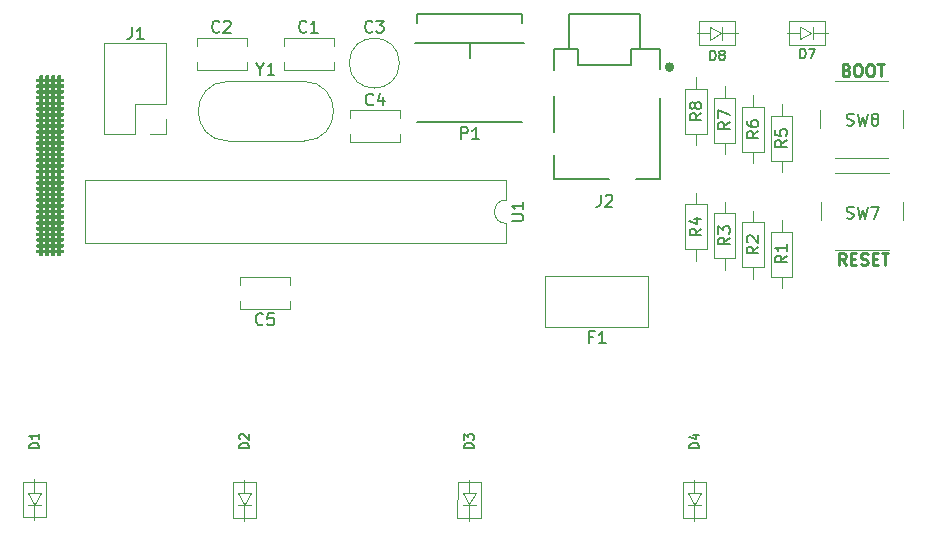
<source format=gbr>
%TF.GenerationSoftware,KiCad,Pcbnew,(5.1.6-0-10_14)*%
%TF.CreationDate,2020-08-01T15:30:54-04:00*%
%TF.ProjectId,pin-check,70696e2d-6368-4656-936b-2e6b69636164,v1.1.0*%
%TF.SameCoordinates,Original*%
%TF.FileFunction,Legend,Top*%
%TF.FilePolarity,Positive*%
%FSLAX46Y46*%
G04 Gerber Fmt 4.6, Leading zero omitted, Abs format (unit mm)*
G04 Created by KiCad (PCBNEW (5.1.6-0-10_14)) date 2020-08-01 15:30:54*
%MOMM*%
%LPD*%
G01*
G04 APERTURE LIST*
%ADD10C,0.250000*%
%ADD11C,0.120000*%
%ADD12C,0.400000*%
%ADD13C,0.127000*%
%ADD14C,0.010000*%
%ADD15C,0.150000*%
G04 APERTURE END LIST*
D10*
X180742419Y-85639980D02*
X180409085Y-85163790D01*
X180170990Y-85639980D02*
X180170990Y-84639980D01*
X180551942Y-84639980D01*
X180647180Y-84687600D01*
X180694800Y-84735219D01*
X180742419Y-84830457D01*
X180742419Y-84973314D01*
X180694800Y-85068552D01*
X180647180Y-85116171D01*
X180551942Y-85163790D01*
X180170990Y-85163790D01*
X181170990Y-85116171D02*
X181504323Y-85116171D01*
X181647180Y-85639980D02*
X181170990Y-85639980D01*
X181170990Y-84639980D01*
X181647180Y-84639980D01*
X182028133Y-85592361D02*
X182170990Y-85639980D01*
X182409085Y-85639980D01*
X182504323Y-85592361D01*
X182551942Y-85544742D01*
X182599561Y-85449504D01*
X182599561Y-85354266D01*
X182551942Y-85259028D01*
X182504323Y-85211409D01*
X182409085Y-85163790D01*
X182218609Y-85116171D01*
X182123371Y-85068552D01*
X182075752Y-85020933D01*
X182028133Y-84925695D01*
X182028133Y-84830457D01*
X182075752Y-84735219D01*
X182123371Y-84687600D01*
X182218609Y-84639980D01*
X182456704Y-84639980D01*
X182599561Y-84687600D01*
X183028133Y-85116171D02*
X183361466Y-85116171D01*
X183504323Y-85639980D02*
X183028133Y-85639980D01*
X183028133Y-84639980D01*
X183504323Y-84639980D01*
X183790038Y-84639980D02*
X184361466Y-84639980D01*
X184075752Y-85639980D02*
X184075752Y-84639980D01*
X180811657Y-69118171D02*
X180954514Y-69165790D01*
X181002133Y-69213409D01*
X181049752Y-69308647D01*
X181049752Y-69451504D01*
X181002133Y-69546742D01*
X180954514Y-69594361D01*
X180859276Y-69641980D01*
X180478323Y-69641980D01*
X180478323Y-68641980D01*
X180811657Y-68641980D01*
X180906895Y-68689600D01*
X180954514Y-68737219D01*
X181002133Y-68832457D01*
X181002133Y-68927695D01*
X180954514Y-69022933D01*
X180906895Y-69070552D01*
X180811657Y-69118171D01*
X180478323Y-69118171D01*
X181668800Y-68641980D02*
X181859276Y-68641980D01*
X181954514Y-68689600D01*
X182049752Y-68784838D01*
X182097371Y-68975314D01*
X182097371Y-69308647D01*
X182049752Y-69499123D01*
X181954514Y-69594361D01*
X181859276Y-69641980D01*
X181668800Y-69641980D01*
X181573561Y-69594361D01*
X181478323Y-69499123D01*
X181430704Y-69308647D01*
X181430704Y-68975314D01*
X181478323Y-68784838D01*
X181573561Y-68689600D01*
X181668800Y-68641980D01*
X182716419Y-68641980D02*
X182906895Y-68641980D01*
X183002133Y-68689600D01*
X183097371Y-68784838D01*
X183144990Y-68975314D01*
X183144990Y-69308647D01*
X183097371Y-69499123D01*
X183002133Y-69594361D01*
X182906895Y-69641980D01*
X182716419Y-69641980D01*
X182621180Y-69594361D01*
X182525942Y-69499123D01*
X182478323Y-69308647D01*
X182478323Y-68975314D01*
X182525942Y-68784838D01*
X182621180Y-68689600D01*
X182716419Y-68641980D01*
X183430704Y-68641980D02*
X184002133Y-68641980D01*
X183716419Y-69641980D02*
X183716419Y-68641980D01*
D11*
%TO.C,R8*%
X168071800Y-69748600D02*
X168071800Y-70698600D01*
X168071800Y-75488600D02*
X168071800Y-74538600D01*
X167151800Y-70698600D02*
X167151800Y-74538600D01*
X168991800Y-70698600D02*
X167151800Y-70698600D01*
X168991800Y-74538600D02*
X168991800Y-70698600D01*
X167151800Y-74538600D02*
X168991800Y-74538600D01*
%TO.C,R7*%
X170484800Y-70510600D02*
X170484800Y-71460600D01*
X170484800Y-76250600D02*
X170484800Y-75300600D01*
X169564800Y-71460600D02*
X169564800Y-75300600D01*
X171404800Y-71460600D02*
X169564800Y-71460600D01*
X171404800Y-75300600D02*
X171404800Y-71460600D01*
X169564800Y-75300600D02*
X171404800Y-75300600D01*
D12*
%TO.C,J2*%
X166024800Y-68885600D02*
G75*
G03*
X166024800Y-68885600I-200000J0D01*
G01*
D13*
X156024800Y-74385600D02*
X156024800Y-71335600D01*
X156024800Y-78385600D02*
X156024800Y-76285600D01*
X160674800Y-78385600D02*
X156024800Y-78385600D01*
X165024800Y-78385600D02*
X163024800Y-78385600D01*
X165024800Y-71485600D02*
X165024800Y-78385600D01*
X163324800Y-64385600D02*
X163324800Y-67385600D01*
X157324800Y-64385600D02*
X163324800Y-64385600D01*
X157324800Y-67385600D02*
X157324800Y-64385600D01*
X156024800Y-67385600D02*
X156024800Y-69135600D01*
X157324800Y-67385600D02*
X156024800Y-67385600D01*
X158074800Y-67385600D02*
X157324800Y-67385600D01*
X158074800Y-68685600D02*
X158074800Y-67385600D01*
X162574800Y-68685600D02*
X158074800Y-68685600D01*
X162574800Y-67385600D02*
X162574800Y-68685600D01*
X163324800Y-67385600D02*
X162574800Y-67385600D01*
X165024800Y-67385600D02*
X163324800Y-67385600D01*
X165024800Y-69085600D02*
X165024800Y-67385600D01*
D14*
%TO.C,G\u002A\u002A\u002A*%
G36*
X112205468Y-69897131D02*
G01*
X112263572Y-69869461D01*
X112318800Y-69866934D01*
X112404126Y-69858674D01*
X112439123Y-69816779D01*
X112445800Y-69718767D01*
X112452879Y-69619220D01*
X112488789Y-69578389D01*
X112572800Y-69570600D01*
X112658126Y-69578860D01*
X112693123Y-69620755D01*
X112699800Y-69718767D01*
X112706879Y-69818315D01*
X112742789Y-69859145D01*
X112826800Y-69866934D01*
X112912126Y-69858674D01*
X112947123Y-69816779D01*
X112953800Y-69718767D01*
X112960879Y-69619220D01*
X112996789Y-69578389D01*
X113080800Y-69570600D01*
X113166126Y-69578860D01*
X113201123Y-69620755D01*
X113207800Y-69718767D01*
X113214879Y-69818315D01*
X113250789Y-69859145D01*
X113334800Y-69866934D01*
X113420126Y-69858674D01*
X113455123Y-69816779D01*
X113461800Y-69718767D01*
X113468879Y-69619220D01*
X113504789Y-69578389D01*
X113588800Y-69570600D01*
X113674126Y-69578860D01*
X113709123Y-69620755D01*
X113715800Y-69718767D01*
X113722879Y-69818315D01*
X113758789Y-69859145D01*
X113842800Y-69866934D01*
X113928126Y-69858674D01*
X113963123Y-69816779D01*
X113969800Y-69718767D01*
X113976879Y-69619220D01*
X114012789Y-69578389D01*
X114096800Y-69570600D01*
X114182126Y-69578860D01*
X114217123Y-69620755D01*
X114223800Y-69718767D01*
X114230879Y-69818315D01*
X114266789Y-69859145D01*
X114350800Y-69866934D01*
X114441563Y-69878324D01*
X114474767Y-69926744D01*
X114477800Y-69972767D01*
X114464131Y-70048403D01*
X114406027Y-70076073D01*
X114350800Y-70078600D01*
X114260845Y-70089090D01*
X114227690Y-70138570D01*
X114223800Y-70205600D01*
X114234289Y-70295555D01*
X114283769Y-70328710D01*
X114350800Y-70332600D01*
X114440754Y-70343090D01*
X114473909Y-70392570D01*
X114477800Y-70459600D01*
X114467310Y-70549555D01*
X114417830Y-70582710D01*
X114350800Y-70586600D01*
X114260845Y-70597090D01*
X114227690Y-70646570D01*
X114223800Y-70713600D01*
X114234289Y-70803555D01*
X114283769Y-70836710D01*
X114350800Y-70840600D01*
X114441563Y-70851991D01*
X114474767Y-70900411D01*
X114477800Y-70946434D01*
X114464131Y-71022070D01*
X114406027Y-71049740D01*
X114350800Y-71052267D01*
X114260845Y-71062757D01*
X114227690Y-71112237D01*
X114223800Y-71179267D01*
X114234289Y-71269221D01*
X114283769Y-71302376D01*
X114350800Y-71306267D01*
X114441563Y-71317658D01*
X114474767Y-71366078D01*
X114477800Y-71412100D01*
X114464131Y-71487737D01*
X114406027Y-71515406D01*
X114350800Y-71517934D01*
X114265473Y-71526194D01*
X114230476Y-71568089D01*
X114223800Y-71666100D01*
X114230879Y-71765648D01*
X114266789Y-71806478D01*
X114350800Y-71814267D01*
X114441563Y-71825658D01*
X114474767Y-71874078D01*
X114477800Y-71920100D01*
X114464131Y-71995737D01*
X114406027Y-72023406D01*
X114350800Y-72025934D01*
X114260845Y-72036423D01*
X114227690Y-72085904D01*
X114223800Y-72152934D01*
X114234289Y-72242888D01*
X114283769Y-72276043D01*
X114350800Y-72279934D01*
X114441563Y-72291324D01*
X114474767Y-72339744D01*
X114477800Y-72385767D01*
X114464131Y-72461403D01*
X114406027Y-72489073D01*
X114350800Y-72491600D01*
X114260845Y-72502090D01*
X114227690Y-72551570D01*
X114223800Y-72618600D01*
X114234289Y-72708555D01*
X114283769Y-72741710D01*
X114350800Y-72745600D01*
X114440754Y-72756090D01*
X114473909Y-72805570D01*
X114477800Y-72872600D01*
X114467310Y-72962555D01*
X114417830Y-72995710D01*
X114350800Y-72999600D01*
X114260845Y-73010090D01*
X114227690Y-73059570D01*
X114223800Y-73126600D01*
X114234289Y-73216555D01*
X114283769Y-73249710D01*
X114350800Y-73253600D01*
X114441563Y-73264991D01*
X114474767Y-73313411D01*
X114477800Y-73359434D01*
X114464131Y-73435070D01*
X114406027Y-73462740D01*
X114350800Y-73465267D01*
X114260845Y-73475757D01*
X114227690Y-73525237D01*
X114223800Y-73592267D01*
X114234289Y-73682221D01*
X114283769Y-73715376D01*
X114350800Y-73719267D01*
X114441563Y-73730658D01*
X114474767Y-73779078D01*
X114477800Y-73825100D01*
X114464131Y-73900737D01*
X114406027Y-73928406D01*
X114350800Y-73930934D01*
X114265473Y-73939194D01*
X114230476Y-73981089D01*
X114223800Y-74079100D01*
X114230879Y-74178648D01*
X114266789Y-74219478D01*
X114350800Y-74227267D01*
X114441563Y-74238658D01*
X114474767Y-74287078D01*
X114477800Y-74333100D01*
X114464131Y-74408737D01*
X114406027Y-74436406D01*
X114350800Y-74438934D01*
X114260845Y-74449423D01*
X114227690Y-74498904D01*
X114223800Y-74565934D01*
X114234289Y-74655888D01*
X114283769Y-74689043D01*
X114350800Y-74692934D01*
X114441563Y-74704324D01*
X114474767Y-74752744D01*
X114477800Y-74798767D01*
X114464131Y-74874403D01*
X114406027Y-74902073D01*
X114350800Y-74904600D01*
X114260845Y-74915090D01*
X114227690Y-74964570D01*
X114223800Y-75031600D01*
X114234289Y-75121555D01*
X114283769Y-75154710D01*
X114350800Y-75158600D01*
X114440754Y-75169090D01*
X114473909Y-75218570D01*
X114477800Y-75285600D01*
X114467310Y-75375555D01*
X114417830Y-75408710D01*
X114350800Y-75412600D01*
X114260036Y-75423991D01*
X114226832Y-75472411D01*
X114223800Y-75518434D01*
X114237468Y-75594070D01*
X114295572Y-75621740D01*
X114350800Y-75624267D01*
X114440754Y-75634757D01*
X114473909Y-75684237D01*
X114477800Y-75751267D01*
X114467310Y-75841221D01*
X114417830Y-75874376D01*
X114350800Y-75878267D01*
X114260845Y-75888757D01*
X114227690Y-75938237D01*
X114223800Y-76005267D01*
X114234289Y-76095221D01*
X114283769Y-76128376D01*
X114350800Y-76132267D01*
X114441563Y-76143658D01*
X114474767Y-76192078D01*
X114477800Y-76238100D01*
X114464131Y-76313737D01*
X114406027Y-76341406D01*
X114350800Y-76343934D01*
X114260845Y-76354423D01*
X114227690Y-76403904D01*
X114223800Y-76470934D01*
X114234289Y-76560888D01*
X114283769Y-76594043D01*
X114350800Y-76597934D01*
X114440754Y-76608423D01*
X114473909Y-76657904D01*
X114477800Y-76724934D01*
X114467310Y-76814888D01*
X114417830Y-76848043D01*
X114350800Y-76851934D01*
X114260845Y-76862423D01*
X114227690Y-76911904D01*
X114223800Y-76978934D01*
X114234289Y-77068888D01*
X114283769Y-77102043D01*
X114350800Y-77105934D01*
X114441563Y-77117324D01*
X114474767Y-77165744D01*
X114477800Y-77211767D01*
X114464131Y-77287403D01*
X114406027Y-77315073D01*
X114350800Y-77317600D01*
X114260845Y-77328090D01*
X114227690Y-77377570D01*
X114223800Y-77444600D01*
X114234289Y-77534555D01*
X114283769Y-77567710D01*
X114350800Y-77571600D01*
X114441563Y-77582991D01*
X114474767Y-77631411D01*
X114477800Y-77677434D01*
X114464131Y-77753070D01*
X114406027Y-77780740D01*
X114350800Y-77783267D01*
X114265473Y-77791527D01*
X114230476Y-77833422D01*
X114223800Y-77931434D01*
X114230879Y-78030981D01*
X114266789Y-78071812D01*
X114350800Y-78079600D01*
X114441563Y-78090991D01*
X114474767Y-78139411D01*
X114477800Y-78185434D01*
X114464131Y-78261070D01*
X114406027Y-78288740D01*
X114350800Y-78291267D01*
X114260845Y-78301757D01*
X114227690Y-78351237D01*
X114223800Y-78418267D01*
X114234289Y-78508221D01*
X114283769Y-78541376D01*
X114350800Y-78545267D01*
X114441563Y-78556658D01*
X114474767Y-78605078D01*
X114477800Y-78651100D01*
X114464131Y-78726737D01*
X114406027Y-78754406D01*
X114350800Y-78756934D01*
X114260845Y-78767423D01*
X114227690Y-78816904D01*
X114223800Y-78883934D01*
X114234289Y-78973888D01*
X114283769Y-79007043D01*
X114350800Y-79010934D01*
X114440754Y-79021423D01*
X114473909Y-79070904D01*
X114477800Y-79137934D01*
X114467310Y-79227888D01*
X114417830Y-79261043D01*
X114350800Y-79264934D01*
X114260845Y-79275423D01*
X114227690Y-79324904D01*
X114223800Y-79391934D01*
X114234289Y-79481888D01*
X114283769Y-79515043D01*
X114350800Y-79518934D01*
X114441563Y-79530324D01*
X114474767Y-79578744D01*
X114477800Y-79624767D01*
X114464131Y-79700403D01*
X114406027Y-79728073D01*
X114350800Y-79730600D01*
X114260845Y-79741090D01*
X114227690Y-79790570D01*
X114223800Y-79857600D01*
X114234289Y-79947555D01*
X114283769Y-79980710D01*
X114350800Y-79984600D01*
X114441563Y-79995991D01*
X114474767Y-80044411D01*
X114477800Y-80090434D01*
X114464131Y-80166070D01*
X114406027Y-80193740D01*
X114350800Y-80196267D01*
X114265473Y-80204527D01*
X114230476Y-80246422D01*
X114223800Y-80344434D01*
X114230879Y-80443981D01*
X114266789Y-80484812D01*
X114350800Y-80492600D01*
X114441563Y-80503991D01*
X114474767Y-80552411D01*
X114477800Y-80598434D01*
X114464131Y-80674070D01*
X114406027Y-80701740D01*
X114350800Y-80704267D01*
X114260845Y-80714757D01*
X114227690Y-80764237D01*
X114223800Y-80831267D01*
X114234289Y-80921221D01*
X114283769Y-80954376D01*
X114350800Y-80958267D01*
X114441563Y-80969658D01*
X114474767Y-81018078D01*
X114477800Y-81064100D01*
X114464131Y-81139737D01*
X114406027Y-81167406D01*
X114350800Y-81169934D01*
X114260845Y-81180423D01*
X114227690Y-81229904D01*
X114223800Y-81296934D01*
X114234289Y-81386888D01*
X114283769Y-81420043D01*
X114350800Y-81423934D01*
X114440754Y-81434423D01*
X114473909Y-81483904D01*
X114477800Y-81550934D01*
X114467310Y-81640888D01*
X114417830Y-81674043D01*
X114350800Y-81677934D01*
X114260845Y-81688423D01*
X114227690Y-81737904D01*
X114223800Y-81804934D01*
X114234289Y-81894888D01*
X114283769Y-81928043D01*
X114350800Y-81931934D01*
X114441563Y-81943324D01*
X114474767Y-81991744D01*
X114477800Y-82037767D01*
X114464131Y-82113403D01*
X114406027Y-82141073D01*
X114350800Y-82143600D01*
X114260845Y-82154090D01*
X114227690Y-82203570D01*
X114223800Y-82270600D01*
X114234289Y-82360555D01*
X114283769Y-82393710D01*
X114350800Y-82397600D01*
X114440754Y-82408090D01*
X114473909Y-82457570D01*
X114477800Y-82524600D01*
X114467310Y-82614555D01*
X114417830Y-82647710D01*
X114350800Y-82651600D01*
X114260845Y-82662090D01*
X114227690Y-82711570D01*
X114223800Y-82778600D01*
X114234289Y-82868555D01*
X114283769Y-82901710D01*
X114350800Y-82905600D01*
X114441563Y-82916991D01*
X114474767Y-82965411D01*
X114477800Y-83011434D01*
X114464131Y-83087070D01*
X114406027Y-83114740D01*
X114350800Y-83117267D01*
X114260845Y-83127757D01*
X114227690Y-83177237D01*
X114223800Y-83244267D01*
X114234289Y-83334221D01*
X114283769Y-83367376D01*
X114350800Y-83371267D01*
X114441563Y-83382658D01*
X114474767Y-83431078D01*
X114477800Y-83477100D01*
X114464131Y-83552737D01*
X114406027Y-83580406D01*
X114350800Y-83582934D01*
X114265473Y-83591194D01*
X114230476Y-83633089D01*
X114223800Y-83731100D01*
X114230879Y-83830648D01*
X114266789Y-83871478D01*
X114350800Y-83879267D01*
X114441563Y-83890658D01*
X114474767Y-83939078D01*
X114477800Y-83985100D01*
X114464131Y-84060737D01*
X114406027Y-84088406D01*
X114350800Y-84090934D01*
X114260845Y-84101423D01*
X114227690Y-84150904D01*
X114223800Y-84217934D01*
X114234289Y-84307888D01*
X114283769Y-84341043D01*
X114350800Y-84344934D01*
X114441563Y-84356324D01*
X114474767Y-84404744D01*
X114477800Y-84450767D01*
X114464131Y-84526403D01*
X114406027Y-84554073D01*
X114350800Y-84556600D01*
X114260845Y-84567090D01*
X114227690Y-84616570D01*
X114223800Y-84683600D01*
X114213310Y-84773555D01*
X114163830Y-84806710D01*
X114096800Y-84810600D01*
X114006845Y-84800111D01*
X113973690Y-84750631D01*
X113969800Y-84683600D01*
X113959310Y-84593646D01*
X113909830Y-84560491D01*
X113842800Y-84556600D01*
X113842800Y-84344934D01*
X113932754Y-84334444D01*
X113965909Y-84284964D01*
X113969800Y-84217934D01*
X113959310Y-84127980D01*
X113909830Y-84094825D01*
X113842800Y-84090934D01*
X113842800Y-83879267D01*
X113928126Y-83871007D01*
X113963123Y-83829112D01*
X113969800Y-83731100D01*
X113962720Y-83631553D01*
X113926810Y-83590723D01*
X113842800Y-83582934D01*
X113842800Y-83371267D01*
X113932754Y-83360778D01*
X113965909Y-83311297D01*
X113969800Y-83244267D01*
X113959310Y-83154313D01*
X113909830Y-83121158D01*
X113842800Y-83117267D01*
X113842800Y-82905600D01*
X113932754Y-82895111D01*
X113965909Y-82845631D01*
X113969800Y-82778600D01*
X113959310Y-82688646D01*
X113909830Y-82655491D01*
X113842800Y-82651600D01*
X113842800Y-82397600D01*
X113932754Y-82387111D01*
X113965909Y-82337631D01*
X113969800Y-82270600D01*
X113959310Y-82180646D01*
X113909830Y-82147491D01*
X113842800Y-82143600D01*
X113842800Y-81931934D01*
X113932754Y-81921444D01*
X113965909Y-81871964D01*
X113969800Y-81804934D01*
X113959310Y-81714980D01*
X113909830Y-81681825D01*
X113842800Y-81677934D01*
X113842800Y-81423934D01*
X113932754Y-81413444D01*
X113965909Y-81363964D01*
X113969800Y-81296934D01*
X113959310Y-81206980D01*
X113909830Y-81173825D01*
X113842800Y-81169934D01*
X113842800Y-80958267D01*
X113932754Y-80947778D01*
X113965909Y-80898297D01*
X113969800Y-80831267D01*
X113959310Y-80741313D01*
X113909830Y-80708158D01*
X113842800Y-80704267D01*
X113842800Y-80492600D01*
X113928126Y-80484341D01*
X113963123Y-80442446D01*
X113969800Y-80344434D01*
X113962720Y-80244886D01*
X113926810Y-80204056D01*
X113842800Y-80196267D01*
X113842800Y-79984600D01*
X113932754Y-79974111D01*
X113965909Y-79924631D01*
X113969800Y-79857600D01*
X113959310Y-79767646D01*
X113909830Y-79734491D01*
X113842800Y-79730600D01*
X113842800Y-79518934D01*
X113932754Y-79508444D01*
X113965909Y-79458964D01*
X113969800Y-79391934D01*
X113959310Y-79301980D01*
X113909830Y-79268825D01*
X113842800Y-79264934D01*
X113842800Y-79010934D01*
X113932754Y-79000444D01*
X113965909Y-78950964D01*
X113969800Y-78883934D01*
X113959310Y-78793980D01*
X113909830Y-78760825D01*
X113842800Y-78756934D01*
X113842800Y-78545267D01*
X113932754Y-78534778D01*
X113965909Y-78485297D01*
X113969800Y-78418267D01*
X113959310Y-78328313D01*
X113909830Y-78295158D01*
X113842800Y-78291267D01*
X113842800Y-78079600D01*
X113928126Y-78071341D01*
X113963123Y-78029446D01*
X113969800Y-77931434D01*
X113962720Y-77831886D01*
X113926810Y-77791056D01*
X113842800Y-77783267D01*
X113842800Y-77571600D01*
X113932754Y-77561111D01*
X113965909Y-77511631D01*
X113969800Y-77444600D01*
X113959310Y-77354646D01*
X113909830Y-77321491D01*
X113842800Y-77317600D01*
X113842800Y-77105934D01*
X113932754Y-77095444D01*
X113965909Y-77045964D01*
X113969800Y-76978934D01*
X113959310Y-76888980D01*
X113909830Y-76855825D01*
X113842800Y-76851934D01*
X113842800Y-76597934D01*
X113932754Y-76587444D01*
X113965909Y-76537964D01*
X113969800Y-76470934D01*
X113959310Y-76380980D01*
X113909830Y-76347825D01*
X113842800Y-76343934D01*
X113842800Y-76132267D01*
X113932754Y-76121778D01*
X113965909Y-76072297D01*
X113969800Y-76005267D01*
X113959310Y-75915313D01*
X113909830Y-75882158D01*
X113842800Y-75878267D01*
X113842800Y-75624267D01*
X113933563Y-75612877D01*
X113966767Y-75564457D01*
X113969800Y-75518434D01*
X113956131Y-75442798D01*
X113898027Y-75415128D01*
X113842800Y-75412600D01*
X113842800Y-75158600D01*
X113932754Y-75148111D01*
X113965909Y-75098631D01*
X113969800Y-75031600D01*
X113959310Y-74941646D01*
X113909830Y-74908491D01*
X113842800Y-74904600D01*
X113842800Y-74692934D01*
X113932754Y-74682444D01*
X113965909Y-74632964D01*
X113969800Y-74565934D01*
X113959310Y-74475980D01*
X113909830Y-74442825D01*
X113842800Y-74438934D01*
X113842800Y-74227267D01*
X113928126Y-74219007D01*
X113963123Y-74177112D01*
X113969800Y-74079100D01*
X113962720Y-73979553D01*
X113926810Y-73938723D01*
X113842800Y-73930934D01*
X113842800Y-73719267D01*
X113932754Y-73708778D01*
X113965909Y-73659297D01*
X113969800Y-73592267D01*
X113959310Y-73502313D01*
X113909830Y-73469158D01*
X113842800Y-73465267D01*
X113842800Y-73253600D01*
X113932754Y-73243111D01*
X113965909Y-73193631D01*
X113969800Y-73126600D01*
X113959310Y-73036646D01*
X113909830Y-73003491D01*
X113842800Y-72999600D01*
X113842800Y-72745600D01*
X113932754Y-72735111D01*
X113965909Y-72685631D01*
X113969800Y-72618600D01*
X113959310Y-72528646D01*
X113909830Y-72495491D01*
X113842800Y-72491600D01*
X113842800Y-72279934D01*
X113932754Y-72269444D01*
X113965909Y-72219964D01*
X113969800Y-72152934D01*
X113959310Y-72062980D01*
X113909830Y-72029825D01*
X113842800Y-72025934D01*
X113842800Y-71814267D01*
X113928126Y-71806007D01*
X113963123Y-71764112D01*
X113969800Y-71666100D01*
X113962720Y-71566553D01*
X113926810Y-71525723D01*
X113842800Y-71517934D01*
X113842800Y-71306267D01*
X113932754Y-71295778D01*
X113965909Y-71246297D01*
X113969800Y-71179267D01*
X113959310Y-71089313D01*
X113909830Y-71056158D01*
X113842800Y-71052267D01*
X113842800Y-70840600D01*
X113932754Y-70830111D01*
X113965909Y-70780631D01*
X113969800Y-70713600D01*
X113959310Y-70623646D01*
X113909830Y-70590491D01*
X113842800Y-70586600D01*
X113842800Y-70332600D01*
X113932754Y-70322111D01*
X113965909Y-70272631D01*
X113969800Y-70205600D01*
X113959310Y-70115646D01*
X113909830Y-70082491D01*
X113842800Y-70078600D01*
X113752845Y-70089090D01*
X113719690Y-70138570D01*
X113715800Y-70205600D01*
X113726289Y-70295555D01*
X113775769Y-70328710D01*
X113842800Y-70332600D01*
X113842800Y-70586600D01*
X113752845Y-70597090D01*
X113719690Y-70646570D01*
X113715800Y-70713600D01*
X113726289Y-70803555D01*
X113775769Y-70836710D01*
X113842800Y-70840600D01*
X113842800Y-71052267D01*
X113752845Y-71062757D01*
X113719690Y-71112237D01*
X113715800Y-71179267D01*
X113726289Y-71269221D01*
X113775769Y-71302376D01*
X113842800Y-71306267D01*
X113842800Y-71517934D01*
X113757473Y-71526194D01*
X113722476Y-71568089D01*
X113715800Y-71666100D01*
X113722879Y-71765648D01*
X113758789Y-71806478D01*
X113842800Y-71814267D01*
X113842800Y-72025934D01*
X113752845Y-72036423D01*
X113719690Y-72085904D01*
X113715800Y-72152934D01*
X113726289Y-72242888D01*
X113775769Y-72276043D01*
X113842800Y-72279934D01*
X113842800Y-72491600D01*
X113752845Y-72502090D01*
X113719690Y-72551570D01*
X113715800Y-72618600D01*
X113726289Y-72708555D01*
X113775769Y-72741710D01*
X113842800Y-72745600D01*
X113842800Y-72999600D01*
X113752845Y-73010090D01*
X113719690Y-73059570D01*
X113715800Y-73126600D01*
X113726289Y-73216555D01*
X113775769Y-73249710D01*
X113842800Y-73253600D01*
X113842800Y-73465267D01*
X113752845Y-73475757D01*
X113719690Y-73525237D01*
X113715800Y-73592267D01*
X113726289Y-73682221D01*
X113775769Y-73715376D01*
X113842800Y-73719267D01*
X113842800Y-73930934D01*
X113757473Y-73939194D01*
X113722476Y-73981089D01*
X113715800Y-74079100D01*
X113722879Y-74178648D01*
X113758789Y-74219478D01*
X113842800Y-74227267D01*
X113842800Y-74438934D01*
X113752845Y-74449423D01*
X113719690Y-74498904D01*
X113715800Y-74565934D01*
X113726289Y-74655888D01*
X113775769Y-74689043D01*
X113842800Y-74692934D01*
X113842800Y-74904600D01*
X113752845Y-74915090D01*
X113719690Y-74964570D01*
X113715800Y-75031600D01*
X113726289Y-75121555D01*
X113775769Y-75154710D01*
X113842800Y-75158600D01*
X113842800Y-75412600D01*
X113752036Y-75423991D01*
X113718832Y-75472411D01*
X113715800Y-75518434D01*
X113729468Y-75594070D01*
X113787572Y-75621740D01*
X113842800Y-75624267D01*
X113842800Y-75878267D01*
X113752845Y-75888757D01*
X113719690Y-75938237D01*
X113715800Y-76005267D01*
X113726289Y-76095221D01*
X113775769Y-76128376D01*
X113842800Y-76132267D01*
X113842800Y-76343934D01*
X113752845Y-76354423D01*
X113719690Y-76403904D01*
X113715800Y-76470934D01*
X113726289Y-76560888D01*
X113775769Y-76594043D01*
X113842800Y-76597934D01*
X113842800Y-76851934D01*
X113752845Y-76862423D01*
X113719690Y-76911904D01*
X113715800Y-76978934D01*
X113726289Y-77068888D01*
X113775769Y-77102043D01*
X113842800Y-77105934D01*
X113842800Y-77317600D01*
X113752845Y-77328090D01*
X113719690Y-77377570D01*
X113715800Y-77444600D01*
X113726289Y-77534555D01*
X113775769Y-77567710D01*
X113842800Y-77571600D01*
X113842800Y-77783267D01*
X113757473Y-77791527D01*
X113722476Y-77833422D01*
X113715800Y-77931434D01*
X113722879Y-78030981D01*
X113758789Y-78071812D01*
X113842800Y-78079600D01*
X113842800Y-78291267D01*
X113752845Y-78301757D01*
X113719690Y-78351237D01*
X113715800Y-78418267D01*
X113726289Y-78508221D01*
X113775769Y-78541376D01*
X113842800Y-78545267D01*
X113842800Y-78756934D01*
X113752845Y-78767423D01*
X113719690Y-78816904D01*
X113715800Y-78883934D01*
X113726289Y-78973888D01*
X113775769Y-79007043D01*
X113842800Y-79010934D01*
X113842800Y-79264934D01*
X113752845Y-79275423D01*
X113719690Y-79324904D01*
X113715800Y-79391934D01*
X113726289Y-79481888D01*
X113775769Y-79515043D01*
X113842800Y-79518934D01*
X113842800Y-79730600D01*
X113752845Y-79741090D01*
X113719690Y-79790570D01*
X113715800Y-79857600D01*
X113726289Y-79947555D01*
X113775769Y-79980710D01*
X113842800Y-79984600D01*
X113842800Y-80196267D01*
X113757473Y-80204527D01*
X113722476Y-80246422D01*
X113715800Y-80344434D01*
X113722879Y-80443981D01*
X113758789Y-80484812D01*
X113842800Y-80492600D01*
X113842800Y-80704267D01*
X113752845Y-80714757D01*
X113719690Y-80764237D01*
X113715800Y-80831267D01*
X113726289Y-80921221D01*
X113775769Y-80954376D01*
X113842800Y-80958267D01*
X113842800Y-81169934D01*
X113752845Y-81180423D01*
X113719690Y-81229904D01*
X113715800Y-81296934D01*
X113726289Y-81386888D01*
X113775769Y-81420043D01*
X113842800Y-81423934D01*
X113842800Y-81677934D01*
X113752845Y-81688423D01*
X113719690Y-81737904D01*
X113715800Y-81804934D01*
X113726289Y-81894888D01*
X113775769Y-81928043D01*
X113842800Y-81931934D01*
X113842800Y-82143600D01*
X113752845Y-82154090D01*
X113719690Y-82203570D01*
X113715800Y-82270600D01*
X113726289Y-82360555D01*
X113775769Y-82393710D01*
X113842800Y-82397600D01*
X113842800Y-82651600D01*
X113752845Y-82662090D01*
X113719690Y-82711570D01*
X113715800Y-82778600D01*
X113726289Y-82868555D01*
X113775769Y-82901710D01*
X113842800Y-82905600D01*
X113842800Y-83117267D01*
X113752845Y-83127757D01*
X113719690Y-83177237D01*
X113715800Y-83244267D01*
X113726289Y-83334221D01*
X113775769Y-83367376D01*
X113842800Y-83371267D01*
X113842800Y-83582934D01*
X113757473Y-83591194D01*
X113722476Y-83633089D01*
X113715800Y-83731100D01*
X113722879Y-83830648D01*
X113758789Y-83871478D01*
X113842800Y-83879267D01*
X113842800Y-84090934D01*
X113752845Y-84101423D01*
X113719690Y-84150904D01*
X113715800Y-84217934D01*
X113726289Y-84307888D01*
X113775769Y-84341043D01*
X113842800Y-84344934D01*
X113842800Y-84556600D01*
X113752845Y-84567090D01*
X113719690Y-84616570D01*
X113715800Y-84683600D01*
X113705310Y-84773555D01*
X113655830Y-84806710D01*
X113588800Y-84810600D01*
X113498845Y-84800111D01*
X113465690Y-84750631D01*
X113461800Y-84683600D01*
X113451310Y-84593646D01*
X113401830Y-84560491D01*
X113334800Y-84556600D01*
X113334800Y-84344934D01*
X113424754Y-84334444D01*
X113457909Y-84284964D01*
X113461800Y-84217934D01*
X113451310Y-84127980D01*
X113401830Y-84094825D01*
X113334800Y-84090934D01*
X113334800Y-83879267D01*
X113420126Y-83871007D01*
X113455123Y-83829112D01*
X113461800Y-83731100D01*
X113454720Y-83631553D01*
X113418810Y-83590723D01*
X113334800Y-83582934D01*
X113334800Y-83371267D01*
X113424754Y-83360778D01*
X113457909Y-83311297D01*
X113461800Y-83244267D01*
X113451310Y-83154313D01*
X113401830Y-83121158D01*
X113334800Y-83117267D01*
X113334800Y-82905600D01*
X113424754Y-82895111D01*
X113457909Y-82845631D01*
X113461800Y-82778600D01*
X113451310Y-82688646D01*
X113401830Y-82655491D01*
X113334800Y-82651600D01*
X113334800Y-82397600D01*
X113424754Y-82387111D01*
X113457909Y-82337631D01*
X113461800Y-82270600D01*
X113451310Y-82180646D01*
X113401830Y-82147491D01*
X113334800Y-82143600D01*
X113334800Y-81931934D01*
X113424754Y-81921444D01*
X113457909Y-81871964D01*
X113461800Y-81804934D01*
X113451310Y-81714980D01*
X113401830Y-81681825D01*
X113334800Y-81677934D01*
X113334800Y-81423934D01*
X113424754Y-81413444D01*
X113457909Y-81363964D01*
X113461800Y-81296934D01*
X113451310Y-81206980D01*
X113401830Y-81173825D01*
X113334800Y-81169934D01*
X113334800Y-80958267D01*
X113424754Y-80947778D01*
X113457909Y-80898297D01*
X113461800Y-80831267D01*
X113451310Y-80741313D01*
X113401830Y-80708158D01*
X113334800Y-80704267D01*
X113334800Y-80492600D01*
X113420126Y-80484341D01*
X113455123Y-80442446D01*
X113461800Y-80344434D01*
X113454720Y-80244886D01*
X113418810Y-80204056D01*
X113334800Y-80196267D01*
X113334800Y-79984600D01*
X113424754Y-79974111D01*
X113457909Y-79924631D01*
X113461800Y-79857600D01*
X113451310Y-79767646D01*
X113401830Y-79734491D01*
X113334800Y-79730600D01*
X113334800Y-79518934D01*
X113424754Y-79508444D01*
X113457909Y-79458964D01*
X113461800Y-79391934D01*
X113451310Y-79301980D01*
X113401830Y-79268825D01*
X113334800Y-79264934D01*
X113334800Y-79010934D01*
X113424754Y-79000444D01*
X113457909Y-78950964D01*
X113461800Y-78883934D01*
X113451310Y-78793980D01*
X113401830Y-78760825D01*
X113334800Y-78756934D01*
X113334800Y-78545267D01*
X113424754Y-78534778D01*
X113457909Y-78485297D01*
X113461800Y-78418267D01*
X113451310Y-78328313D01*
X113401830Y-78295158D01*
X113334800Y-78291267D01*
X113334800Y-78079600D01*
X113420126Y-78071341D01*
X113455123Y-78029446D01*
X113461800Y-77931434D01*
X113454720Y-77831886D01*
X113418810Y-77791056D01*
X113334800Y-77783267D01*
X113334800Y-77571600D01*
X113424754Y-77561111D01*
X113457909Y-77511631D01*
X113461800Y-77444600D01*
X113451310Y-77354646D01*
X113401830Y-77321491D01*
X113334800Y-77317600D01*
X113334800Y-77105934D01*
X113424754Y-77095444D01*
X113457909Y-77045964D01*
X113461800Y-76978934D01*
X113451310Y-76888980D01*
X113401830Y-76855825D01*
X113334800Y-76851934D01*
X113334800Y-76597934D01*
X113424754Y-76587444D01*
X113457909Y-76537964D01*
X113461800Y-76470934D01*
X113451310Y-76380980D01*
X113401830Y-76347825D01*
X113334800Y-76343934D01*
X113334800Y-76132267D01*
X113424754Y-76121778D01*
X113457909Y-76072297D01*
X113461800Y-76005267D01*
X113451310Y-75915313D01*
X113401830Y-75882158D01*
X113334800Y-75878267D01*
X113334800Y-75624267D01*
X113425563Y-75612877D01*
X113458767Y-75564457D01*
X113461800Y-75518434D01*
X113448131Y-75442798D01*
X113390027Y-75415128D01*
X113334800Y-75412600D01*
X113334800Y-75158600D01*
X113424754Y-75148111D01*
X113457909Y-75098631D01*
X113461800Y-75031600D01*
X113451310Y-74941646D01*
X113401830Y-74908491D01*
X113334800Y-74904600D01*
X113334800Y-74692934D01*
X113424754Y-74682444D01*
X113457909Y-74632964D01*
X113461800Y-74565934D01*
X113451310Y-74475980D01*
X113401830Y-74442825D01*
X113334800Y-74438934D01*
X113334800Y-74227267D01*
X113420126Y-74219007D01*
X113455123Y-74177112D01*
X113461800Y-74079100D01*
X113454720Y-73979553D01*
X113418810Y-73938723D01*
X113334800Y-73930934D01*
X113334800Y-73719267D01*
X113424754Y-73708778D01*
X113457909Y-73659297D01*
X113461800Y-73592267D01*
X113451310Y-73502313D01*
X113401830Y-73469158D01*
X113334800Y-73465267D01*
X113334800Y-73253600D01*
X113424754Y-73243111D01*
X113457909Y-73193631D01*
X113461800Y-73126600D01*
X113451310Y-73036646D01*
X113401830Y-73003491D01*
X113334800Y-72999600D01*
X113334800Y-72745600D01*
X113424754Y-72735111D01*
X113457909Y-72685631D01*
X113461800Y-72618600D01*
X113451310Y-72528646D01*
X113401830Y-72495491D01*
X113334800Y-72491600D01*
X113334800Y-72279934D01*
X113424754Y-72269444D01*
X113457909Y-72219964D01*
X113461800Y-72152934D01*
X113451310Y-72062980D01*
X113401830Y-72029825D01*
X113334800Y-72025934D01*
X113334800Y-71814267D01*
X113420126Y-71806007D01*
X113455123Y-71764112D01*
X113461800Y-71666100D01*
X113454720Y-71566553D01*
X113418810Y-71525723D01*
X113334800Y-71517934D01*
X113334800Y-71306267D01*
X113424754Y-71295778D01*
X113457909Y-71246297D01*
X113461800Y-71179267D01*
X113451310Y-71089313D01*
X113401830Y-71056158D01*
X113334800Y-71052267D01*
X113334800Y-70840600D01*
X113424754Y-70830111D01*
X113457909Y-70780631D01*
X113461800Y-70713600D01*
X113451310Y-70623646D01*
X113401830Y-70590491D01*
X113334800Y-70586600D01*
X113334800Y-70332600D01*
X113424754Y-70322111D01*
X113457909Y-70272631D01*
X113461800Y-70205600D01*
X113451310Y-70115646D01*
X113401830Y-70082491D01*
X113334800Y-70078600D01*
X113244845Y-70089090D01*
X113211690Y-70138570D01*
X113207800Y-70205600D01*
X113218289Y-70295555D01*
X113267769Y-70328710D01*
X113334800Y-70332600D01*
X113334800Y-70586600D01*
X113244845Y-70597090D01*
X113211690Y-70646570D01*
X113207800Y-70713600D01*
X113218289Y-70803555D01*
X113267769Y-70836710D01*
X113334800Y-70840600D01*
X113334800Y-71052267D01*
X113244845Y-71062757D01*
X113211690Y-71112237D01*
X113207800Y-71179267D01*
X113218289Y-71269221D01*
X113267769Y-71302376D01*
X113334800Y-71306267D01*
X113334800Y-71517934D01*
X113249473Y-71526194D01*
X113214476Y-71568089D01*
X113207800Y-71666100D01*
X113214879Y-71765648D01*
X113250789Y-71806478D01*
X113334800Y-71814267D01*
X113334800Y-72025934D01*
X113244845Y-72036423D01*
X113211690Y-72085904D01*
X113207800Y-72152934D01*
X113218289Y-72242888D01*
X113267769Y-72276043D01*
X113334800Y-72279934D01*
X113334800Y-72491600D01*
X113244845Y-72502090D01*
X113211690Y-72551570D01*
X113207800Y-72618600D01*
X113218289Y-72708555D01*
X113267769Y-72741710D01*
X113334800Y-72745600D01*
X113334800Y-72999600D01*
X113244845Y-73010090D01*
X113211690Y-73059570D01*
X113207800Y-73126600D01*
X113218289Y-73216555D01*
X113267769Y-73249710D01*
X113334800Y-73253600D01*
X113334800Y-73465267D01*
X113244845Y-73475757D01*
X113211690Y-73525237D01*
X113207800Y-73592267D01*
X113218289Y-73682221D01*
X113267769Y-73715376D01*
X113334800Y-73719267D01*
X113334800Y-73930934D01*
X113249473Y-73939194D01*
X113214476Y-73981089D01*
X113207800Y-74079100D01*
X113214879Y-74178648D01*
X113250789Y-74219478D01*
X113334800Y-74227267D01*
X113334800Y-74438934D01*
X113244845Y-74449423D01*
X113211690Y-74498904D01*
X113207800Y-74565934D01*
X113218289Y-74655888D01*
X113267769Y-74689043D01*
X113334800Y-74692934D01*
X113334800Y-74904600D01*
X113244845Y-74915090D01*
X113211690Y-74964570D01*
X113207800Y-75031600D01*
X113218289Y-75121555D01*
X113267769Y-75154710D01*
X113334800Y-75158600D01*
X113334800Y-75412600D01*
X113244036Y-75423991D01*
X113210832Y-75472411D01*
X113207800Y-75518434D01*
X113221468Y-75594070D01*
X113279572Y-75621740D01*
X113334800Y-75624267D01*
X113334800Y-75878267D01*
X113244845Y-75888757D01*
X113211690Y-75938237D01*
X113207800Y-76005267D01*
X113218289Y-76095221D01*
X113267769Y-76128376D01*
X113334800Y-76132267D01*
X113334800Y-76343934D01*
X113244845Y-76354423D01*
X113211690Y-76403904D01*
X113207800Y-76470934D01*
X113218289Y-76560888D01*
X113267769Y-76594043D01*
X113334800Y-76597934D01*
X113334800Y-76851934D01*
X113244845Y-76862423D01*
X113211690Y-76911904D01*
X113207800Y-76978934D01*
X113218289Y-77068888D01*
X113267769Y-77102043D01*
X113334800Y-77105934D01*
X113334800Y-77317600D01*
X113244845Y-77328090D01*
X113211690Y-77377570D01*
X113207800Y-77444600D01*
X113218289Y-77534555D01*
X113267769Y-77567710D01*
X113334800Y-77571600D01*
X113334800Y-77783267D01*
X113249473Y-77791527D01*
X113214476Y-77833422D01*
X113207800Y-77931434D01*
X113214879Y-78030981D01*
X113250789Y-78071812D01*
X113334800Y-78079600D01*
X113334800Y-78291267D01*
X113244845Y-78301757D01*
X113211690Y-78351237D01*
X113207800Y-78418267D01*
X113218289Y-78508221D01*
X113267769Y-78541376D01*
X113334800Y-78545267D01*
X113334800Y-78756934D01*
X113244845Y-78767423D01*
X113211690Y-78816904D01*
X113207800Y-78883934D01*
X113218289Y-78973888D01*
X113267769Y-79007043D01*
X113334800Y-79010934D01*
X113334800Y-79264934D01*
X113244845Y-79275423D01*
X113211690Y-79324904D01*
X113207800Y-79391934D01*
X113218289Y-79481888D01*
X113267769Y-79515043D01*
X113334800Y-79518934D01*
X113334800Y-79730600D01*
X113244845Y-79741090D01*
X113211690Y-79790570D01*
X113207800Y-79857600D01*
X113218289Y-79947555D01*
X113267769Y-79980710D01*
X113334800Y-79984600D01*
X113334800Y-80196267D01*
X113249473Y-80204527D01*
X113214476Y-80246422D01*
X113207800Y-80344434D01*
X113214879Y-80443981D01*
X113250789Y-80484812D01*
X113334800Y-80492600D01*
X113334800Y-80704267D01*
X113244845Y-80714757D01*
X113211690Y-80764237D01*
X113207800Y-80831267D01*
X113218289Y-80921221D01*
X113267769Y-80954376D01*
X113334800Y-80958267D01*
X113334800Y-81169934D01*
X113244845Y-81180423D01*
X113211690Y-81229904D01*
X113207800Y-81296934D01*
X113218289Y-81386888D01*
X113267769Y-81420043D01*
X113334800Y-81423934D01*
X113334800Y-81677934D01*
X113244845Y-81688423D01*
X113211690Y-81737904D01*
X113207800Y-81804934D01*
X113218289Y-81894888D01*
X113267769Y-81928043D01*
X113334800Y-81931934D01*
X113334800Y-82143600D01*
X113244845Y-82154090D01*
X113211690Y-82203570D01*
X113207800Y-82270600D01*
X113218289Y-82360555D01*
X113267769Y-82393710D01*
X113334800Y-82397600D01*
X113334800Y-82651600D01*
X113244845Y-82662090D01*
X113211690Y-82711570D01*
X113207800Y-82778600D01*
X113218289Y-82868555D01*
X113267769Y-82901710D01*
X113334800Y-82905600D01*
X113334800Y-83117267D01*
X113244845Y-83127757D01*
X113211690Y-83177237D01*
X113207800Y-83244267D01*
X113218289Y-83334221D01*
X113267769Y-83367376D01*
X113334800Y-83371267D01*
X113334800Y-83582934D01*
X113249473Y-83591194D01*
X113214476Y-83633089D01*
X113207800Y-83731100D01*
X113214879Y-83830648D01*
X113250789Y-83871478D01*
X113334800Y-83879267D01*
X113334800Y-84090934D01*
X113244845Y-84101423D01*
X113211690Y-84150904D01*
X113207800Y-84217934D01*
X113218289Y-84307888D01*
X113267769Y-84341043D01*
X113334800Y-84344934D01*
X113334800Y-84556600D01*
X113244845Y-84567090D01*
X113211690Y-84616570D01*
X113207800Y-84683600D01*
X113197310Y-84773555D01*
X113147830Y-84806710D01*
X113080800Y-84810600D01*
X112990845Y-84800111D01*
X112957690Y-84750631D01*
X112953800Y-84683600D01*
X112943310Y-84593646D01*
X112893830Y-84560491D01*
X112826800Y-84556600D01*
X112826800Y-84344934D01*
X112916754Y-84334444D01*
X112949909Y-84284964D01*
X112953800Y-84217934D01*
X112943310Y-84127980D01*
X112893830Y-84094825D01*
X112826800Y-84090934D01*
X112826800Y-83879267D01*
X112912126Y-83871007D01*
X112947123Y-83829112D01*
X112953800Y-83731100D01*
X112946720Y-83631553D01*
X112910810Y-83590723D01*
X112826800Y-83582934D01*
X112826800Y-83371267D01*
X112916754Y-83360778D01*
X112949909Y-83311297D01*
X112953800Y-83244267D01*
X112943310Y-83154313D01*
X112893830Y-83121158D01*
X112826800Y-83117267D01*
X112826800Y-82905600D01*
X112916754Y-82895111D01*
X112949909Y-82845631D01*
X112953800Y-82778600D01*
X112943310Y-82688646D01*
X112893830Y-82655491D01*
X112826800Y-82651600D01*
X112826800Y-82397600D01*
X112916754Y-82387111D01*
X112949909Y-82337631D01*
X112953800Y-82270600D01*
X112943310Y-82180646D01*
X112893830Y-82147491D01*
X112826800Y-82143600D01*
X112826800Y-81931934D01*
X112916754Y-81921444D01*
X112949909Y-81871964D01*
X112953800Y-81804934D01*
X112943310Y-81714980D01*
X112893830Y-81681825D01*
X112826800Y-81677934D01*
X112826800Y-81423934D01*
X112916754Y-81413444D01*
X112949909Y-81363964D01*
X112953800Y-81296934D01*
X112943310Y-81206980D01*
X112893830Y-81173825D01*
X112826800Y-81169934D01*
X112826800Y-80958267D01*
X112916754Y-80947778D01*
X112949909Y-80898297D01*
X112953800Y-80831267D01*
X112943310Y-80741313D01*
X112893830Y-80708158D01*
X112826800Y-80704267D01*
X112826800Y-80492600D01*
X112912126Y-80484341D01*
X112947123Y-80442446D01*
X112953800Y-80344434D01*
X112946720Y-80244886D01*
X112910810Y-80204056D01*
X112826800Y-80196267D01*
X112826800Y-79984600D01*
X112916754Y-79974111D01*
X112949909Y-79924631D01*
X112953800Y-79857600D01*
X112943310Y-79767646D01*
X112893830Y-79734491D01*
X112826800Y-79730600D01*
X112826800Y-79518934D01*
X112916754Y-79508444D01*
X112949909Y-79458964D01*
X112953800Y-79391934D01*
X112943310Y-79301980D01*
X112893830Y-79268825D01*
X112826800Y-79264934D01*
X112826800Y-79010934D01*
X112916754Y-79000444D01*
X112949909Y-78950964D01*
X112953800Y-78883934D01*
X112943310Y-78793980D01*
X112893830Y-78760825D01*
X112826800Y-78756934D01*
X112826800Y-78545267D01*
X112916754Y-78534778D01*
X112949909Y-78485297D01*
X112953800Y-78418267D01*
X112943310Y-78328313D01*
X112893830Y-78295158D01*
X112826800Y-78291267D01*
X112826800Y-78079600D01*
X112912126Y-78071341D01*
X112947123Y-78029446D01*
X112953800Y-77931434D01*
X112946720Y-77831886D01*
X112910810Y-77791056D01*
X112826800Y-77783267D01*
X112826800Y-77571600D01*
X112916754Y-77561111D01*
X112949909Y-77511631D01*
X112953800Y-77444600D01*
X112943310Y-77354646D01*
X112893830Y-77321491D01*
X112826800Y-77317600D01*
X112826800Y-77105934D01*
X112916754Y-77095444D01*
X112949909Y-77045964D01*
X112953800Y-76978934D01*
X112943310Y-76888980D01*
X112893830Y-76855825D01*
X112826800Y-76851934D01*
X112826800Y-76597934D01*
X112916754Y-76587444D01*
X112949909Y-76537964D01*
X112953800Y-76470934D01*
X112943310Y-76380980D01*
X112893830Y-76347825D01*
X112826800Y-76343934D01*
X112826800Y-76132267D01*
X112916754Y-76121778D01*
X112949909Y-76072297D01*
X112953800Y-76005267D01*
X112943310Y-75915313D01*
X112893830Y-75882158D01*
X112826800Y-75878267D01*
X112826800Y-75624267D01*
X112917563Y-75612877D01*
X112950767Y-75564457D01*
X112953800Y-75518434D01*
X112940131Y-75442798D01*
X112882027Y-75415128D01*
X112826800Y-75412600D01*
X112826800Y-75158600D01*
X112916754Y-75148111D01*
X112949909Y-75098631D01*
X112953800Y-75031600D01*
X112943310Y-74941646D01*
X112893830Y-74908491D01*
X112826800Y-74904600D01*
X112826800Y-74692934D01*
X112916754Y-74682444D01*
X112949909Y-74632964D01*
X112953800Y-74565934D01*
X112943310Y-74475980D01*
X112893830Y-74442825D01*
X112826800Y-74438934D01*
X112826800Y-74227267D01*
X112912126Y-74219007D01*
X112947123Y-74177112D01*
X112953800Y-74079100D01*
X112946720Y-73979553D01*
X112910810Y-73938723D01*
X112826800Y-73930934D01*
X112826800Y-73719267D01*
X112916754Y-73708778D01*
X112949909Y-73659297D01*
X112953800Y-73592267D01*
X112943310Y-73502313D01*
X112893830Y-73469158D01*
X112826800Y-73465267D01*
X112826800Y-73253600D01*
X112916754Y-73243111D01*
X112949909Y-73193631D01*
X112953800Y-73126600D01*
X112943310Y-73036646D01*
X112893830Y-73003491D01*
X112826800Y-72999600D01*
X112826800Y-72745600D01*
X112916754Y-72735111D01*
X112949909Y-72685631D01*
X112953800Y-72618600D01*
X112943310Y-72528646D01*
X112893830Y-72495491D01*
X112826800Y-72491600D01*
X112826800Y-72279934D01*
X112916754Y-72269444D01*
X112949909Y-72219964D01*
X112953800Y-72152934D01*
X112943310Y-72062980D01*
X112893830Y-72029825D01*
X112826800Y-72025934D01*
X112826800Y-71814267D01*
X112912126Y-71806007D01*
X112947123Y-71764112D01*
X112953800Y-71666100D01*
X112946720Y-71566553D01*
X112910810Y-71525723D01*
X112826800Y-71517934D01*
X112826800Y-71306267D01*
X112916754Y-71295778D01*
X112949909Y-71246297D01*
X112953800Y-71179267D01*
X112943310Y-71089313D01*
X112893830Y-71056158D01*
X112826800Y-71052267D01*
X112826800Y-70840600D01*
X112916754Y-70830111D01*
X112949909Y-70780631D01*
X112953800Y-70713600D01*
X112943310Y-70623646D01*
X112893830Y-70590491D01*
X112826800Y-70586600D01*
X112826800Y-70332600D01*
X112916754Y-70322111D01*
X112949909Y-70272631D01*
X112953800Y-70205600D01*
X112943310Y-70115646D01*
X112893830Y-70082491D01*
X112826800Y-70078600D01*
X112736845Y-70089090D01*
X112703690Y-70138570D01*
X112699800Y-70205600D01*
X112710289Y-70295555D01*
X112759769Y-70328710D01*
X112826800Y-70332600D01*
X112826800Y-70586600D01*
X112736845Y-70597090D01*
X112703690Y-70646570D01*
X112699800Y-70713600D01*
X112710289Y-70803555D01*
X112759769Y-70836710D01*
X112826800Y-70840600D01*
X112826800Y-71052267D01*
X112736845Y-71062757D01*
X112703690Y-71112237D01*
X112699800Y-71179267D01*
X112710289Y-71269221D01*
X112759769Y-71302376D01*
X112826800Y-71306267D01*
X112826800Y-71517934D01*
X112741473Y-71526194D01*
X112706476Y-71568089D01*
X112699800Y-71666100D01*
X112706879Y-71765648D01*
X112742789Y-71806478D01*
X112826800Y-71814267D01*
X112826800Y-72025934D01*
X112736845Y-72036423D01*
X112703690Y-72085904D01*
X112699800Y-72152934D01*
X112710289Y-72242888D01*
X112759769Y-72276043D01*
X112826800Y-72279934D01*
X112826800Y-72491600D01*
X112736845Y-72502090D01*
X112703690Y-72551570D01*
X112699800Y-72618600D01*
X112710289Y-72708555D01*
X112759769Y-72741710D01*
X112826800Y-72745600D01*
X112826800Y-72999600D01*
X112736845Y-73010090D01*
X112703690Y-73059570D01*
X112699800Y-73126600D01*
X112710289Y-73216555D01*
X112759769Y-73249710D01*
X112826800Y-73253600D01*
X112826800Y-73465267D01*
X112736845Y-73475757D01*
X112703690Y-73525237D01*
X112699800Y-73592267D01*
X112710289Y-73682221D01*
X112759769Y-73715376D01*
X112826800Y-73719267D01*
X112826800Y-73930934D01*
X112741473Y-73939194D01*
X112706476Y-73981089D01*
X112699800Y-74079100D01*
X112706879Y-74178648D01*
X112742789Y-74219478D01*
X112826800Y-74227267D01*
X112826800Y-74438934D01*
X112736845Y-74449423D01*
X112703690Y-74498904D01*
X112699800Y-74565934D01*
X112710289Y-74655888D01*
X112759769Y-74689043D01*
X112826800Y-74692934D01*
X112826800Y-74904600D01*
X112736845Y-74915090D01*
X112703690Y-74964570D01*
X112699800Y-75031600D01*
X112710289Y-75121555D01*
X112759769Y-75154710D01*
X112826800Y-75158600D01*
X112826800Y-75412600D01*
X112736036Y-75423991D01*
X112702832Y-75472411D01*
X112699800Y-75518434D01*
X112713468Y-75594070D01*
X112771572Y-75621740D01*
X112826800Y-75624267D01*
X112826800Y-75878267D01*
X112736845Y-75888757D01*
X112703690Y-75938237D01*
X112699800Y-76005267D01*
X112710289Y-76095221D01*
X112759769Y-76128376D01*
X112826800Y-76132267D01*
X112826800Y-76343934D01*
X112736845Y-76354423D01*
X112703690Y-76403904D01*
X112699800Y-76470934D01*
X112710289Y-76560888D01*
X112759769Y-76594043D01*
X112826800Y-76597934D01*
X112826800Y-76851934D01*
X112736845Y-76862423D01*
X112703690Y-76911904D01*
X112699800Y-76978934D01*
X112710289Y-77068888D01*
X112759769Y-77102043D01*
X112826800Y-77105934D01*
X112826800Y-77317600D01*
X112736845Y-77328090D01*
X112703690Y-77377570D01*
X112699800Y-77444600D01*
X112710289Y-77534555D01*
X112759769Y-77567710D01*
X112826800Y-77571600D01*
X112826800Y-77783267D01*
X112741473Y-77791527D01*
X112706476Y-77833422D01*
X112699800Y-77931434D01*
X112706879Y-78030981D01*
X112742789Y-78071812D01*
X112826800Y-78079600D01*
X112826800Y-78291267D01*
X112736845Y-78301757D01*
X112703690Y-78351237D01*
X112699800Y-78418267D01*
X112710289Y-78508221D01*
X112759769Y-78541376D01*
X112826800Y-78545267D01*
X112826800Y-78756934D01*
X112736845Y-78767423D01*
X112703690Y-78816904D01*
X112699800Y-78883934D01*
X112710289Y-78973888D01*
X112759769Y-79007043D01*
X112826800Y-79010934D01*
X112826800Y-79264934D01*
X112736845Y-79275423D01*
X112703690Y-79324904D01*
X112699800Y-79391934D01*
X112710289Y-79481888D01*
X112759769Y-79515043D01*
X112826800Y-79518934D01*
X112826800Y-79730600D01*
X112736845Y-79741090D01*
X112703690Y-79790570D01*
X112699800Y-79857600D01*
X112710289Y-79947555D01*
X112759769Y-79980710D01*
X112826800Y-79984600D01*
X112826800Y-80196267D01*
X112741473Y-80204527D01*
X112706476Y-80246422D01*
X112699800Y-80344434D01*
X112706879Y-80443981D01*
X112742789Y-80484812D01*
X112826800Y-80492600D01*
X112826800Y-80704267D01*
X112736845Y-80714757D01*
X112703690Y-80764237D01*
X112699800Y-80831267D01*
X112710289Y-80921221D01*
X112759769Y-80954376D01*
X112826800Y-80958267D01*
X112826800Y-81169934D01*
X112736845Y-81180423D01*
X112703690Y-81229904D01*
X112699800Y-81296934D01*
X112710289Y-81386888D01*
X112759769Y-81420043D01*
X112826800Y-81423934D01*
X112826800Y-81677934D01*
X112736845Y-81688423D01*
X112703690Y-81737904D01*
X112699800Y-81804934D01*
X112710289Y-81894888D01*
X112759769Y-81928043D01*
X112826800Y-81931934D01*
X112826800Y-82143600D01*
X112736845Y-82154090D01*
X112703690Y-82203570D01*
X112699800Y-82270600D01*
X112710289Y-82360555D01*
X112759769Y-82393710D01*
X112826800Y-82397600D01*
X112826800Y-82651600D01*
X112736845Y-82662090D01*
X112703690Y-82711570D01*
X112699800Y-82778600D01*
X112710289Y-82868555D01*
X112759769Y-82901710D01*
X112826800Y-82905600D01*
X112826800Y-83117267D01*
X112736845Y-83127757D01*
X112703690Y-83177237D01*
X112699800Y-83244267D01*
X112710289Y-83334221D01*
X112759769Y-83367376D01*
X112826800Y-83371267D01*
X112826800Y-83582934D01*
X112741473Y-83591194D01*
X112706476Y-83633089D01*
X112699800Y-83731100D01*
X112706879Y-83830648D01*
X112742789Y-83871478D01*
X112826800Y-83879267D01*
X112826800Y-84090934D01*
X112736845Y-84101423D01*
X112703690Y-84150904D01*
X112699800Y-84217934D01*
X112710289Y-84307888D01*
X112759769Y-84341043D01*
X112826800Y-84344934D01*
X112826800Y-84556600D01*
X112736845Y-84567090D01*
X112703690Y-84616570D01*
X112699800Y-84683600D01*
X112689310Y-84773555D01*
X112639830Y-84806710D01*
X112572800Y-84810600D01*
X112482845Y-84800111D01*
X112449690Y-84750631D01*
X112445800Y-84683600D01*
X112435310Y-84593646D01*
X112385830Y-84560491D01*
X112318800Y-84556600D01*
X112228036Y-84545210D01*
X112194832Y-84496790D01*
X112191800Y-84450767D01*
X112205468Y-84375131D01*
X112263572Y-84347461D01*
X112318800Y-84344934D01*
X112408754Y-84334444D01*
X112441909Y-84284964D01*
X112445800Y-84217934D01*
X112435310Y-84127980D01*
X112385830Y-84094825D01*
X112318800Y-84090934D01*
X112228036Y-84079543D01*
X112194832Y-84031123D01*
X112191800Y-83985100D01*
X112205468Y-83909464D01*
X112263572Y-83881795D01*
X112318800Y-83879267D01*
X112404126Y-83871007D01*
X112439123Y-83829112D01*
X112445800Y-83731100D01*
X112438720Y-83631553D01*
X112402810Y-83590723D01*
X112318800Y-83582934D01*
X112228036Y-83571543D01*
X112194832Y-83523123D01*
X112191800Y-83477100D01*
X112205468Y-83401464D01*
X112263572Y-83373795D01*
X112318800Y-83371267D01*
X112408754Y-83360778D01*
X112441909Y-83311297D01*
X112445800Y-83244267D01*
X112435310Y-83154313D01*
X112385830Y-83121158D01*
X112318800Y-83117267D01*
X112228036Y-83105877D01*
X112194832Y-83057457D01*
X112191800Y-83011434D01*
X112205468Y-82935798D01*
X112263572Y-82908128D01*
X112318800Y-82905600D01*
X112408754Y-82895111D01*
X112441909Y-82845631D01*
X112445800Y-82778600D01*
X112435310Y-82688646D01*
X112385830Y-82655491D01*
X112318800Y-82651600D01*
X112228845Y-82641111D01*
X112195690Y-82591631D01*
X112191800Y-82524600D01*
X112202289Y-82434646D01*
X112251769Y-82401491D01*
X112318800Y-82397600D01*
X112408754Y-82387111D01*
X112441909Y-82337631D01*
X112445800Y-82270600D01*
X112435310Y-82180646D01*
X112385830Y-82147491D01*
X112318800Y-82143600D01*
X112228036Y-82132210D01*
X112194832Y-82083790D01*
X112191800Y-82037767D01*
X112205468Y-81962131D01*
X112263572Y-81934461D01*
X112318800Y-81931934D01*
X112408754Y-81921444D01*
X112441909Y-81871964D01*
X112445800Y-81804934D01*
X112435310Y-81714980D01*
X112385830Y-81681825D01*
X112318800Y-81677934D01*
X112228845Y-81667444D01*
X112195690Y-81617964D01*
X112191800Y-81550934D01*
X112202289Y-81460980D01*
X112251769Y-81427825D01*
X112318800Y-81423934D01*
X112408754Y-81413444D01*
X112441909Y-81363964D01*
X112445800Y-81296934D01*
X112435310Y-81206980D01*
X112385830Y-81173825D01*
X112318800Y-81169934D01*
X112228036Y-81158543D01*
X112194832Y-81110123D01*
X112191800Y-81064100D01*
X112205468Y-80988464D01*
X112263572Y-80960795D01*
X112318800Y-80958267D01*
X112408754Y-80947778D01*
X112441909Y-80898297D01*
X112445800Y-80831267D01*
X112435310Y-80741313D01*
X112385830Y-80708158D01*
X112318800Y-80704267D01*
X112228036Y-80692877D01*
X112194832Y-80644457D01*
X112191800Y-80598434D01*
X112205468Y-80522798D01*
X112263572Y-80495128D01*
X112318800Y-80492600D01*
X112404126Y-80484341D01*
X112439123Y-80442446D01*
X112445800Y-80344434D01*
X112438720Y-80244886D01*
X112402810Y-80204056D01*
X112318800Y-80196267D01*
X112228036Y-80184877D01*
X112194832Y-80136457D01*
X112191800Y-80090434D01*
X112205468Y-80014798D01*
X112263572Y-79987128D01*
X112318800Y-79984600D01*
X112408754Y-79974111D01*
X112441909Y-79924631D01*
X112445800Y-79857600D01*
X112435310Y-79767646D01*
X112385830Y-79734491D01*
X112318800Y-79730600D01*
X112228036Y-79719210D01*
X112194832Y-79670790D01*
X112191800Y-79624767D01*
X112205468Y-79549131D01*
X112263572Y-79521461D01*
X112318800Y-79518934D01*
X112408754Y-79508444D01*
X112441909Y-79458964D01*
X112445800Y-79391934D01*
X112435310Y-79301980D01*
X112385830Y-79268825D01*
X112318800Y-79264934D01*
X112228845Y-79254444D01*
X112195690Y-79204964D01*
X112191800Y-79137934D01*
X112202289Y-79047980D01*
X112251769Y-79014825D01*
X112318800Y-79010934D01*
X112408754Y-79000444D01*
X112441909Y-78950964D01*
X112445800Y-78883934D01*
X112435310Y-78793980D01*
X112385830Y-78760825D01*
X112318800Y-78756934D01*
X112228036Y-78745543D01*
X112194832Y-78697123D01*
X112191800Y-78651100D01*
X112205468Y-78575464D01*
X112263572Y-78547795D01*
X112318800Y-78545267D01*
X112408754Y-78534778D01*
X112441909Y-78485297D01*
X112445800Y-78418267D01*
X112435310Y-78328313D01*
X112385830Y-78295158D01*
X112318800Y-78291267D01*
X112228036Y-78279877D01*
X112194832Y-78231457D01*
X112191800Y-78185434D01*
X112205468Y-78109798D01*
X112263572Y-78082128D01*
X112318800Y-78079600D01*
X112404126Y-78071341D01*
X112439123Y-78029446D01*
X112445800Y-77931434D01*
X112438720Y-77831886D01*
X112402810Y-77791056D01*
X112318800Y-77783267D01*
X112228036Y-77771877D01*
X112194832Y-77723457D01*
X112191800Y-77677434D01*
X112205468Y-77601798D01*
X112263572Y-77574128D01*
X112318800Y-77571600D01*
X112408754Y-77561111D01*
X112441909Y-77511631D01*
X112445800Y-77444600D01*
X112435310Y-77354646D01*
X112385830Y-77321491D01*
X112318800Y-77317600D01*
X112228036Y-77306210D01*
X112194832Y-77257790D01*
X112191800Y-77211767D01*
X112205468Y-77136131D01*
X112263572Y-77108461D01*
X112318800Y-77105934D01*
X112408754Y-77095444D01*
X112441909Y-77045964D01*
X112445800Y-76978934D01*
X112435310Y-76888980D01*
X112385830Y-76855825D01*
X112318800Y-76851934D01*
X112228845Y-76841444D01*
X112195690Y-76791964D01*
X112191800Y-76724934D01*
X112202289Y-76634980D01*
X112251769Y-76601825D01*
X112318800Y-76597934D01*
X112408754Y-76587444D01*
X112441909Y-76537964D01*
X112445800Y-76470934D01*
X112435310Y-76380980D01*
X112385830Y-76347825D01*
X112318800Y-76343934D01*
X112228036Y-76332543D01*
X112194832Y-76284123D01*
X112191800Y-76238100D01*
X112205468Y-76162464D01*
X112263572Y-76134795D01*
X112318800Y-76132267D01*
X112408754Y-76121778D01*
X112441909Y-76072297D01*
X112445800Y-76005267D01*
X112435310Y-75915313D01*
X112385830Y-75882158D01*
X112318800Y-75878267D01*
X112228845Y-75867778D01*
X112195690Y-75818297D01*
X112191800Y-75751267D01*
X112202289Y-75661313D01*
X112251769Y-75628158D01*
X112318800Y-75624267D01*
X112409563Y-75612877D01*
X112442767Y-75564457D01*
X112445800Y-75518434D01*
X112432131Y-75442798D01*
X112374027Y-75415128D01*
X112318800Y-75412600D01*
X112228845Y-75402111D01*
X112195690Y-75352631D01*
X112191800Y-75285600D01*
X112202289Y-75195646D01*
X112251769Y-75162491D01*
X112318800Y-75158600D01*
X112408754Y-75148111D01*
X112441909Y-75098631D01*
X112445800Y-75031600D01*
X112435310Y-74941646D01*
X112385830Y-74908491D01*
X112318800Y-74904600D01*
X112228036Y-74893210D01*
X112194832Y-74844790D01*
X112191800Y-74798767D01*
X112205468Y-74723131D01*
X112263572Y-74695461D01*
X112318800Y-74692934D01*
X112408754Y-74682444D01*
X112441909Y-74632964D01*
X112445800Y-74565934D01*
X112435310Y-74475980D01*
X112385830Y-74442825D01*
X112318800Y-74438934D01*
X112228036Y-74427543D01*
X112194832Y-74379123D01*
X112191800Y-74333100D01*
X112205468Y-74257464D01*
X112263572Y-74229795D01*
X112318800Y-74227267D01*
X112404126Y-74219007D01*
X112439123Y-74177112D01*
X112445800Y-74079100D01*
X112438720Y-73979553D01*
X112402810Y-73938723D01*
X112318800Y-73930934D01*
X112228036Y-73919543D01*
X112194832Y-73871123D01*
X112191800Y-73825100D01*
X112205468Y-73749464D01*
X112263572Y-73721795D01*
X112318800Y-73719267D01*
X112408754Y-73708778D01*
X112441909Y-73659297D01*
X112445800Y-73592267D01*
X112435310Y-73502313D01*
X112385830Y-73469158D01*
X112318800Y-73465267D01*
X112228036Y-73453877D01*
X112194832Y-73405457D01*
X112191800Y-73359434D01*
X112205468Y-73283798D01*
X112263572Y-73256128D01*
X112318800Y-73253600D01*
X112408754Y-73243111D01*
X112441909Y-73193631D01*
X112445800Y-73126600D01*
X112435310Y-73036646D01*
X112385830Y-73003491D01*
X112318800Y-72999600D01*
X112228845Y-72989111D01*
X112195690Y-72939631D01*
X112191800Y-72872600D01*
X112202289Y-72782646D01*
X112251769Y-72749491D01*
X112318800Y-72745600D01*
X112408754Y-72735111D01*
X112441909Y-72685631D01*
X112445800Y-72618600D01*
X112435310Y-72528646D01*
X112385830Y-72495491D01*
X112318800Y-72491600D01*
X112228036Y-72480210D01*
X112194832Y-72431790D01*
X112191800Y-72385767D01*
X112205468Y-72310131D01*
X112263572Y-72282461D01*
X112318800Y-72279934D01*
X112408754Y-72269444D01*
X112441909Y-72219964D01*
X112445800Y-72152934D01*
X112435310Y-72062980D01*
X112385830Y-72029825D01*
X112318800Y-72025934D01*
X112228036Y-72014543D01*
X112194832Y-71966123D01*
X112191800Y-71920100D01*
X112205468Y-71844464D01*
X112263572Y-71816795D01*
X112318800Y-71814267D01*
X112404126Y-71806007D01*
X112439123Y-71764112D01*
X112445800Y-71666100D01*
X112438720Y-71566553D01*
X112402810Y-71525723D01*
X112318800Y-71517934D01*
X112228036Y-71506543D01*
X112194832Y-71458123D01*
X112191800Y-71412100D01*
X112205468Y-71336464D01*
X112263572Y-71308795D01*
X112318800Y-71306267D01*
X112408754Y-71295778D01*
X112441909Y-71246297D01*
X112445800Y-71179267D01*
X112435310Y-71089313D01*
X112385830Y-71056158D01*
X112318800Y-71052267D01*
X112228036Y-71040877D01*
X112194832Y-70992457D01*
X112191800Y-70946434D01*
X112205468Y-70870798D01*
X112263572Y-70843128D01*
X112318800Y-70840600D01*
X112408754Y-70830111D01*
X112441909Y-70780631D01*
X112445800Y-70713600D01*
X112435310Y-70623646D01*
X112385830Y-70590491D01*
X112318800Y-70586600D01*
X112228845Y-70576111D01*
X112195690Y-70526631D01*
X112191800Y-70459600D01*
X112202289Y-70369646D01*
X112251769Y-70336491D01*
X112318800Y-70332600D01*
X112408754Y-70322111D01*
X112441909Y-70272631D01*
X112445800Y-70205600D01*
X112435310Y-70115646D01*
X112385830Y-70082491D01*
X112318800Y-70078600D01*
X112228036Y-70067210D01*
X112194832Y-70018790D01*
X112191800Y-69972767D01*
X112205468Y-69897131D01*
G37*
X112205468Y-69897131D02*
X112263572Y-69869461D01*
X112318800Y-69866934D01*
X112404126Y-69858674D01*
X112439123Y-69816779D01*
X112445800Y-69718767D01*
X112452879Y-69619220D01*
X112488789Y-69578389D01*
X112572800Y-69570600D01*
X112658126Y-69578860D01*
X112693123Y-69620755D01*
X112699800Y-69718767D01*
X112706879Y-69818315D01*
X112742789Y-69859145D01*
X112826800Y-69866934D01*
X112912126Y-69858674D01*
X112947123Y-69816779D01*
X112953800Y-69718767D01*
X112960879Y-69619220D01*
X112996789Y-69578389D01*
X113080800Y-69570600D01*
X113166126Y-69578860D01*
X113201123Y-69620755D01*
X113207800Y-69718767D01*
X113214879Y-69818315D01*
X113250789Y-69859145D01*
X113334800Y-69866934D01*
X113420126Y-69858674D01*
X113455123Y-69816779D01*
X113461800Y-69718767D01*
X113468879Y-69619220D01*
X113504789Y-69578389D01*
X113588800Y-69570600D01*
X113674126Y-69578860D01*
X113709123Y-69620755D01*
X113715800Y-69718767D01*
X113722879Y-69818315D01*
X113758789Y-69859145D01*
X113842800Y-69866934D01*
X113928126Y-69858674D01*
X113963123Y-69816779D01*
X113969800Y-69718767D01*
X113976879Y-69619220D01*
X114012789Y-69578389D01*
X114096800Y-69570600D01*
X114182126Y-69578860D01*
X114217123Y-69620755D01*
X114223800Y-69718767D01*
X114230879Y-69818315D01*
X114266789Y-69859145D01*
X114350800Y-69866934D01*
X114441563Y-69878324D01*
X114474767Y-69926744D01*
X114477800Y-69972767D01*
X114464131Y-70048403D01*
X114406027Y-70076073D01*
X114350800Y-70078600D01*
X114260845Y-70089090D01*
X114227690Y-70138570D01*
X114223800Y-70205600D01*
X114234289Y-70295555D01*
X114283769Y-70328710D01*
X114350800Y-70332600D01*
X114440754Y-70343090D01*
X114473909Y-70392570D01*
X114477800Y-70459600D01*
X114467310Y-70549555D01*
X114417830Y-70582710D01*
X114350800Y-70586600D01*
X114260845Y-70597090D01*
X114227690Y-70646570D01*
X114223800Y-70713600D01*
X114234289Y-70803555D01*
X114283769Y-70836710D01*
X114350800Y-70840600D01*
X114441563Y-70851991D01*
X114474767Y-70900411D01*
X114477800Y-70946434D01*
X114464131Y-71022070D01*
X114406027Y-71049740D01*
X114350800Y-71052267D01*
X114260845Y-71062757D01*
X114227690Y-71112237D01*
X114223800Y-71179267D01*
X114234289Y-71269221D01*
X114283769Y-71302376D01*
X114350800Y-71306267D01*
X114441563Y-71317658D01*
X114474767Y-71366078D01*
X114477800Y-71412100D01*
X114464131Y-71487737D01*
X114406027Y-71515406D01*
X114350800Y-71517934D01*
X114265473Y-71526194D01*
X114230476Y-71568089D01*
X114223800Y-71666100D01*
X114230879Y-71765648D01*
X114266789Y-71806478D01*
X114350800Y-71814267D01*
X114441563Y-71825658D01*
X114474767Y-71874078D01*
X114477800Y-71920100D01*
X114464131Y-71995737D01*
X114406027Y-72023406D01*
X114350800Y-72025934D01*
X114260845Y-72036423D01*
X114227690Y-72085904D01*
X114223800Y-72152934D01*
X114234289Y-72242888D01*
X114283769Y-72276043D01*
X114350800Y-72279934D01*
X114441563Y-72291324D01*
X114474767Y-72339744D01*
X114477800Y-72385767D01*
X114464131Y-72461403D01*
X114406027Y-72489073D01*
X114350800Y-72491600D01*
X114260845Y-72502090D01*
X114227690Y-72551570D01*
X114223800Y-72618600D01*
X114234289Y-72708555D01*
X114283769Y-72741710D01*
X114350800Y-72745600D01*
X114440754Y-72756090D01*
X114473909Y-72805570D01*
X114477800Y-72872600D01*
X114467310Y-72962555D01*
X114417830Y-72995710D01*
X114350800Y-72999600D01*
X114260845Y-73010090D01*
X114227690Y-73059570D01*
X114223800Y-73126600D01*
X114234289Y-73216555D01*
X114283769Y-73249710D01*
X114350800Y-73253600D01*
X114441563Y-73264991D01*
X114474767Y-73313411D01*
X114477800Y-73359434D01*
X114464131Y-73435070D01*
X114406027Y-73462740D01*
X114350800Y-73465267D01*
X114260845Y-73475757D01*
X114227690Y-73525237D01*
X114223800Y-73592267D01*
X114234289Y-73682221D01*
X114283769Y-73715376D01*
X114350800Y-73719267D01*
X114441563Y-73730658D01*
X114474767Y-73779078D01*
X114477800Y-73825100D01*
X114464131Y-73900737D01*
X114406027Y-73928406D01*
X114350800Y-73930934D01*
X114265473Y-73939194D01*
X114230476Y-73981089D01*
X114223800Y-74079100D01*
X114230879Y-74178648D01*
X114266789Y-74219478D01*
X114350800Y-74227267D01*
X114441563Y-74238658D01*
X114474767Y-74287078D01*
X114477800Y-74333100D01*
X114464131Y-74408737D01*
X114406027Y-74436406D01*
X114350800Y-74438934D01*
X114260845Y-74449423D01*
X114227690Y-74498904D01*
X114223800Y-74565934D01*
X114234289Y-74655888D01*
X114283769Y-74689043D01*
X114350800Y-74692934D01*
X114441563Y-74704324D01*
X114474767Y-74752744D01*
X114477800Y-74798767D01*
X114464131Y-74874403D01*
X114406027Y-74902073D01*
X114350800Y-74904600D01*
X114260845Y-74915090D01*
X114227690Y-74964570D01*
X114223800Y-75031600D01*
X114234289Y-75121555D01*
X114283769Y-75154710D01*
X114350800Y-75158600D01*
X114440754Y-75169090D01*
X114473909Y-75218570D01*
X114477800Y-75285600D01*
X114467310Y-75375555D01*
X114417830Y-75408710D01*
X114350800Y-75412600D01*
X114260036Y-75423991D01*
X114226832Y-75472411D01*
X114223800Y-75518434D01*
X114237468Y-75594070D01*
X114295572Y-75621740D01*
X114350800Y-75624267D01*
X114440754Y-75634757D01*
X114473909Y-75684237D01*
X114477800Y-75751267D01*
X114467310Y-75841221D01*
X114417830Y-75874376D01*
X114350800Y-75878267D01*
X114260845Y-75888757D01*
X114227690Y-75938237D01*
X114223800Y-76005267D01*
X114234289Y-76095221D01*
X114283769Y-76128376D01*
X114350800Y-76132267D01*
X114441563Y-76143658D01*
X114474767Y-76192078D01*
X114477800Y-76238100D01*
X114464131Y-76313737D01*
X114406027Y-76341406D01*
X114350800Y-76343934D01*
X114260845Y-76354423D01*
X114227690Y-76403904D01*
X114223800Y-76470934D01*
X114234289Y-76560888D01*
X114283769Y-76594043D01*
X114350800Y-76597934D01*
X114440754Y-76608423D01*
X114473909Y-76657904D01*
X114477800Y-76724934D01*
X114467310Y-76814888D01*
X114417830Y-76848043D01*
X114350800Y-76851934D01*
X114260845Y-76862423D01*
X114227690Y-76911904D01*
X114223800Y-76978934D01*
X114234289Y-77068888D01*
X114283769Y-77102043D01*
X114350800Y-77105934D01*
X114441563Y-77117324D01*
X114474767Y-77165744D01*
X114477800Y-77211767D01*
X114464131Y-77287403D01*
X114406027Y-77315073D01*
X114350800Y-77317600D01*
X114260845Y-77328090D01*
X114227690Y-77377570D01*
X114223800Y-77444600D01*
X114234289Y-77534555D01*
X114283769Y-77567710D01*
X114350800Y-77571600D01*
X114441563Y-77582991D01*
X114474767Y-77631411D01*
X114477800Y-77677434D01*
X114464131Y-77753070D01*
X114406027Y-77780740D01*
X114350800Y-77783267D01*
X114265473Y-77791527D01*
X114230476Y-77833422D01*
X114223800Y-77931434D01*
X114230879Y-78030981D01*
X114266789Y-78071812D01*
X114350800Y-78079600D01*
X114441563Y-78090991D01*
X114474767Y-78139411D01*
X114477800Y-78185434D01*
X114464131Y-78261070D01*
X114406027Y-78288740D01*
X114350800Y-78291267D01*
X114260845Y-78301757D01*
X114227690Y-78351237D01*
X114223800Y-78418267D01*
X114234289Y-78508221D01*
X114283769Y-78541376D01*
X114350800Y-78545267D01*
X114441563Y-78556658D01*
X114474767Y-78605078D01*
X114477800Y-78651100D01*
X114464131Y-78726737D01*
X114406027Y-78754406D01*
X114350800Y-78756934D01*
X114260845Y-78767423D01*
X114227690Y-78816904D01*
X114223800Y-78883934D01*
X114234289Y-78973888D01*
X114283769Y-79007043D01*
X114350800Y-79010934D01*
X114440754Y-79021423D01*
X114473909Y-79070904D01*
X114477800Y-79137934D01*
X114467310Y-79227888D01*
X114417830Y-79261043D01*
X114350800Y-79264934D01*
X114260845Y-79275423D01*
X114227690Y-79324904D01*
X114223800Y-79391934D01*
X114234289Y-79481888D01*
X114283769Y-79515043D01*
X114350800Y-79518934D01*
X114441563Y-79530324D01*
X114474767Y-79578744D01*
X114477800Y-79624767D01*
X114464131Y-79700403D01*
X114406027Y-79728073D01*
X114350800Y-79730600D01*
X114260845Y-79741090D01*
X114227690Y-79790570D01*
X114223800Y-79857600D01*
X114234289Y-79947555D01*
X114283769Y-79980710D01*
X114350800Y-79984600D01*
X114441563Y-79995991D01*
X114474767Y-80044411D01*
X114477800Y-80090434D01*
X114464131Y-80166070D01*
X114406027Y-80193740D01*
X114350800Y-80196267D01*
X114265473Y-80204527D01*
X114230476Y-80246422D01*
X114223800Y-80344434D01*
X114230879Y-80443981D01*
X114266789Y-80484812D01*
X114350800Y-80492600D01*
X114441563Y-80503991D01*
X114474767Y-80552411D01*
X114477800Y-80598434D01*
X114464131Y-80674070D01*
X114406027Y-80701740D01*
X114350800Y-80704267D01*
X114260845Y-80714757D01*
X114227690Y-80764237D01*
X114223800Y-80831267D01*
X114234289Y-80921221D01*
X114283769Y-80954376D01*
X114350800Y-80958267D01*
X114441563Y-80969658D01*
X114474767Y-81018078D01*
X114477800Y-81064100D01*
X114464131Y-81139737D01*
X114406027Y-81167406D01*
X114350800Y-81169934D01*
X114260845Y-81180423D01*
X114227690Y-81229904D01*
X114223800Y-81296934D01*
X114234289Y-81386888D01*
X114283769Y-81420043D01*
X114350800Y-81423934D01*
X114440754Y-81434423D01*
X114473909Y-81483904D01*
X114477800Y-81550934D01*
X114467310Y-81640888D01*
X114417830Y-81674043D01*
X114350800Y-81677934D01*
X114260845Y-81688423D01*
X114227690Y-81737904D01*
X114223800Y-81804934D01*
X114234289Y-81894888D01*
X114283769Y-81928043D01*
X114350800Y-81931934D01*
X114441563Y-81943324D01*
X114474767Y-81991744D01*
X114477800Y-82037767D01*
X114464131Y-82113403D01*
X114406027Y-82141073D01*
X114350800Y-82143600D01*
X114260845Y-82154090D01*
X114227690Y-82203570D01*
X114223800Y-82270600D01*
X114234289Y-82360555D01*
X114283769Y-82393710D01*
X114350800Y-82397600D01*
X114440754Y-82408090D01*
X114473909Y-82457570D01*
X114477800Y-82524600D01*
X114467310Y-82614555D01*
X114417830Y-82647710D01*
X114350800Y-82651600D01*
X114260845Y-82662090D01*
X114227690Y-82711570D01*
X114223800Y-82778600D01*
X114234289Y-82868555D01*
X114283769Y-82901710D01*
X114350800Y-82905600D01*
X114441563Y-82916991D01*
X114474767Y-82965411D01*
X114477800Y-83011434D01*
X114464131Y-83087070D01*
X114406027Y-83114740D01*
X114350800Y-83117267D01*
X114260845Y-83127757D01*
X114227690Y-83177237D01*
X114223800Y-83244267D01*
X114234289Y-83334221D01*
X114283769Y-83367376D01*
X114350800Y-83371267D01*
X114441563Y-83382658D01*
X114474767Y-83431078D01*
X114477800Y-83477100D01*
X114464131Y-83552737D01*
X114406027Y-83580406D01*
X114350800Y-83582934D01*
X114265473Y-83591194D01*
X114230476Y-83633089D01*
X114223800Y-83731100D01*
X114230879Y-83830648D01*
X114266789Y-83871478D01*
X114350800Y-83879267D01*
X114441563Y-83890658D01*
X114474767Y-83939078D01*
X114477800Y-83985100D01*
X114464131Y-84060737D01*
X114406027Y-84088406D01*
X114350800Y-84090934D01*
X114260845Y-84101423D01*
X114227690Y-84150904D01*
X114223800Y-84217934D01*
X114234289Y-84307888D01*
X114283769Y-84341043D01*
X114350800Y-84344934D01*
X114441563Y-84356324D01*
X114474767Y-84404744D01*
X114477800Y-84450767D01*
X114464131Y-84526403D01*
X114406027Y-84554073D01*
X114350800Y-84556600D01*
X114260845Y-84567090D01*
X114227690Y-84616570D01*
X114223800Y-84683600D01*
X114213310Y-84773555D01*
X114163830Y-84806710D01*
X114096800Y-84810600D01*
X114006845Y-84800111D01*
X113973690Y-84750631D01*
X113969800Y-84683600D01*
X113959310Y-84593646D01*
X113909830Y-84560491D01*
X113842800Y-84556600D01*
X113842800Y-84344934D01*
X113932754Y-84334444D01*
X113965909Y-84284964D01*
X113969800Y-84217934D01*
X113959310Y-84127980D01*
X113909830Y-84094825D01*
X113842800Y-84090934D01*
X113842800Y-83879267D01*
X113928126Y-83871007D01*
X113963123Y-83829112D01*
X113969800Y-83731100D01*
X113962720Y-83631553D01*
X113926810Y-83590723D01*
X113842800Y-83582934D01*
X113842800Y-83371267D01*
X113932754Y-83360778D01*
X113965909Y-83311297D01*
X113969800Y-83244267D01*
X113959310Y-83154313D01*
X113909830Y-83121158D01*
X113842800Y-83117267D01*
X113842800Y-82905600D01*
X113932754Y-82895111D01*
X113965909Y-82845631D01*
X113969800Y-82778600D01*
X113959310Y-82688646D01*
X113909830Y-82655491D01*
X113842800Y-82651600D01*
X113842800Y-82397600D01*
X113932754Y-82387111D01*
X113965909Y-82337631D01*
X113969800Y-82270600D01*
X113959310Y-82180646D01*
X113909830Y-82147491D01*
X113842800Y-82143600D01*
X113842800Y-81931934D01*
X113932754Y-81921444D01*
X113965909Y-81871964D01*
X113969800Y-81804934D01*
X113959310Y-81714980D01*
X113909830Y-81681825D01*
X113842800Y-81677934D01*
X113842800Y-81423934D01*
X113932754Y-81413444D01*
X113965909Y-81363964D01*
X113969800Y-81296934D01*
X113959310Y-81206980D01*
X113909830Y-81173825D01*
X113842800Y-81169934D01*
X113842800Y-80958267D01*
X113932754Y-80947778D01*
X113965909Y-80898297D01*
X113969800Y-80831267D01*
X113959310Y-80741313D01*
X113909830Y-80708158D01*
X113842800Y-80704267D01*
X113842800Y-80492600D01*
X113928126Y-80484341D01*
X113963123Y-80442446D01*
X113969800Y-80344434D01*
X113962720Y-80244886D01*
X113926810Y-80204056D01*
X113842800Y-80196267D01*
X113842800Y-79984600D01*
X113932754Y-79974111D01*
X113965909Y-79924631D01*
X113969800Y-79857600D01*
X113959310Y-79767646D01*
X113909830Y-79734491D01*
X113842800Y-79730600D01*
X113842800Y-79518934D01*
X113932754Y-79508444D01*
X113965909Y-79458964D01*
X113969800Y-79391934D01*
X113959310Y-79301980D01*
X113909830Y-79268825D01*
X113842800Y-79264934D01*
X113842800Y-79010934D01*
X113932754Y-79000444D01*
X113965909Y-78950964D01*
X113969800Y-78883934D01*
X113959310Y-78793980D01*
X113909830Y-78760825D01*
X113842800Y-78756934D01*
X113842800Y-78545267D01*
X113932754Y-78534778D01*
X113965909Y-78485297D01*
X113969800Y-78418267D01*
X113959310Y-78328313D01*
X113909830Y-78295158D01*
X113842800Y-78291267D01*
X113842800Y-78079600D01*
X113928126Y-78071341D01*
X113963123Y-78029446D01*
X113969800Y-77931434D01*
X113962720Y-77831886D01*
X113926810Y-77791056D01*
X113842800Y-77783267D01*
X113842800Y-77571600D01*
X113932754Y-77561111D01*
X113965909Y-77511631D01*
X113969800Y-77444600D01*
X113959310Y-77354646D01*
X113909830Y-77321491D01*
X113842800Y-77317600D01*
X113842800Y-77105934D01*
X113932754Y-77095444D01*
X113965909Y-77045964D01*
X113969800Y-76978934D01*
X113959310Y-76888980D01*
X113909830Y-76855825D01*
X113842800Y-76851934D01*
X113842800Y-76597934D01*
X113932754Y-76587444D01*
X113965909Y-76537964D01*
X113969800Y-76470934D01*
X113959310Y-76380980D01*
X113909830Y-76347825D01*
X113842800Y-76343934D01*
X113842800Y-76132267D01*
X113932754Y-76121778D01*
X113965909Y-76072297D01*
X113969800Y-76005267D01*
X113959310Y-75915313D01*
X113909830Y-75882158D01*
X113842800Y-75878267D01*
X113842800Y-75624267D01*
X113933563Y-75612877D01*
X113966767Y-75564457D01*
X113969800Y-75518434D01*
X113956131Y-75442798D01*
X113898027Y-75415128D01*
X113842800Y-75412600D01*
X113842800Y-75158600D01*
X113932754Y-75148111D01*
X113965909Y-75098631D01*
X113969800Y-75031600D01*
X113959310Y-74941646D01*
X113909830Y-74908491D01*
X113842800Y-74904600D01*
X113842800Y-74692934D01*
X113932754Y-74682444D01*
X113965909Y-74632964D01*
X113969800Y-74565934D01*
X113959310Y-74475980D01*
X113909830Y-74442825D01*
X113842800Y-74438934D01*
X113842800Y-74227267D01*
X113928126Y-74219007D01*
X113963123Y-74177112D01*
X113969800Y-74079100D01*
X113962720Y-73979553D01*
X113926810Y-73938723D01*
X113842800Y-73930934D01*
X113842800Y-73719267D01*
X113932754Y-73708778D01*
X113965909Y-73659297D01*
X113969800Y-73592267D01*
X113959310Y-73502313D01*
X113909830Y-73469158D01*
X113842800Y-73465267D01*
X113842800Y-73253600D01*
X113932754Y-73243111D01*
X113965909Y-73193631D01*
X113969800Y-73126600D01*
X113959310Y-73036646D01*
X113909830Y-73003491D01*
X113842800Y-72999600D01*
X113842800Y-72745600D01*
X113932754Y-72735111D01*
X113965909Y-72685631D01*
X113969800Y-72618600D01*
X113959310Y-72528646D01*
X113909830Y-72495491D01*
X113842800Y-72491600D01*
X113842800Y-72279934D01*
X113932754Y-72269444D01*
X113965909Y-72219964D01*
X113969800Y-72152934D01*
X113959310Y-72062980D01*
X113909830Y-72029825D01*
X113842800Y-72025934D01*
X113842800Y-71814267D01*
X113928126Y-71806007D01*
X113963123Y-71764112D01*
X113969800Y-71666100D01*
X113962720Y-71566553D01*
X113926810Y-71525723D01*
X113842800Y-71517934D01*
X113842800Y-71306267D01*
X113932754Y-71295778D01*
X113965909Y-71246297D01*
X113969800Y-71179267D01*
X113959310Y-71089313D01*
X113909830Y-71056158D01*
X113842800Y-71052267D01*
X113842800Y-70840600D01*
X113932754Y-70830111D01*
X113965909Y-70780631D01*
X113969800Y-70713600D01*
X113959310Y-70623646D01*
X113909830Y-70590491D01*
X113842800Y-70586600D01*
X113842800Y-70332600D01*
X113932754Y-70322111D01*
X113965909Y-70272631D01*
X113969800Y-70205600D01*
X113959310Y-70115646D01*
X113909830Y-70082491D01*
X113842800Y-70078600D01*
X113752845Y-70089090D01*
X113719690Y-70138570D01*
X113715800Y-70205600D01*
X113726289Y-70295555D01*
X113775769Y-70328710D01*
X113842800Y-70332600D01*
X113842800Y-70586600D01*
X113752845Y-70597090D01*
X113719690Y-70646570D01*
X113715800Y-70713600D01*
X113726289Y-70803555D01*
X113775769Y-70836710D01*
X113842800Y-70840600D01*
X113842800Y-71052267D01*
X113752845Y-71062757D01*
X113719690Y-71112237D01*
X113715800Y-71179267D01*
X113726289Y-71269221D01*
X113775769Y-71302376D01*
X113842800Y-71306267D01*
X113842800Y-71517934D01*
X113757473Y-71526194D01*
X113722476Y-71568089D01*
X113715800Y-71666100D01*
X113722879Y-71765648D01*
X113758789Y-71806478D01*
X113842800Y-71814267D01*
X113842800Y-72025934D01*
X113752845Y-72036423D01*
X113719690Y-72085904D01*
X113715800Y-72152934D01*
X113726289Y-72242888D01*
X113775769Y-72276043D01*
X113842800Y-72279934D01*
X113842800Y-72491600D01*
X113752845Y-72502090D01*
X113719690Y-72551570D01*
X113715800Y-72618600D01*
X113726289Y-72708555D01*
X113775769Y-72741710D01*
X113842800Y-72745600D01*
X113842800Y-72999600D01*
X113752845Y-73010090D01*
X113719690Y-73059570D01*
X113715800Y-73126600D01*
X113726289Y-73216555D01*
X113775769Y-73249710D01*
X113842800Y-73253600D01*
X113842800Y-73465267D01*
X113752845Y-73475757D01*
X113719690Y-73525237D01*
X113715800Y-73592267D01*
X113726289Y-73682221D01*
X113775769Y-73715376D01*
X113842800Y-73719267D01*
X113842800Y-73930934D01*
X113757473Y-73939194D01*
X113722476Y-73981089D01*
X113715800Y-74079100D01*
X113722879Y-74178648D01*
X113758789Y-74219478D01*
X113842800Y-74227267D01*
X113842800Y-74438934D01*
X113752845Y-74449423D01*
X113719690Y-74498904D01*
X113715800Y-74565934D01*
X113726289Y-74655888D01*
X113775769Y-74689043D01*
X113842800Y-74692934D01*
X113842800Y-74904600D01*
X113752845Y-74915090D01*
X113719690Y-74964570D01*
X113715800Y-75031600D01*
X113726289Y-75121555D01*
X113775769Y-75154710D01*
X113842800Y-75158600D01*
X113842800Y-75412600D01*
X113752036Y-75423991D01*
X113718832Y-75472411D01*
X113715800Y-75518434D01*
X113729468Y-75594070D01*
X113787572Y-75621740D01*
X113842800Y-75624267D01*
X113842800Y-75878267D01*
X113752845Y-75888757D01*
X113719690Y-75938237D01*
X113715800Y-76005267D01*
X113726289Y-76095221D01*
X113775769Y-76128376D01*
X113842800Y-76132267D01*
X113842800Y-76343934D01*
X113752845Y-76354423D01*
X113719690Y-76403904D01*
X113715800Y-76470934D01*
X113726289Y-76560888D01*
X113775769Y-76594043D01*
X113842800Y-76597934D01*
X113842800Y-76851934D01*
X113752845Y-76862423D01*
X113719690Y-76911904D01*
X113715800Y-76978934D01*
X113726289Y-77068888D01*
X113775769Y-77102043D01*
X113842800Y-77105934D01*
X113842800Y-77317600D01*
X113752845Y-77328090D01*
X113719690Y-77377570D01*
X113715800Y-77444600D01*
X113726289Y-77534555D01*
X113775769Y-77567710D01*
X113842800Y-77571600D01*
X113842800Y-77783267D01*
X113757473Y-77791527D01*
X113722476Y-77833422D01*
X113715800Y-77931434D01*
X113722879Y-78030981D01*
X113758789Y-78071812D01*
X113842800Y-78079600D01*
X113842800Y-78291267D01*
X113752845Y-78301757D01*
X113719690Y-78351237D01*
X113715800Y-78418267D01*
X113726289Y-78508221D01*
X113775769Y-78541376D01*
X113842800Y-78545267D01*
X113842800Y-78756934D01*
X113752845Y-78767423D01*
X113719690Y-78816904D01*
X113715800Y-78883934D01*
X113726289Y-78973888D01*
X113775769Y-79007043D01*
X113842800Y-79010934D01*
X113842800Y-79264934D01*
X113752845Y-79275423D01*
X113719690Y-79324904D01*
X113715800Y-79391934D01*
X113726289Y-79481888D01*
X113775769Y-79515043D01*
X113842800Y-79518934D01*
X113842800Y-79730600D01*
X113752845Y-79741090D01*
X113719690Y-79790570D01*
X113715800Y-79857600D01*
X113726289Y-79947555D01*
X113775769Y-79980710D01*
X113842800Y-79984600D01*
X113842800Y-80196267D01*
X113757473Y-80204527D01*
X113722476Y-80246422D01*
X113715800Y-80344434D01*
X113722879Y-80443981D01*
X113758789Y-80484812D01*
X113842800Y-80492600D01*
X113842800Y-80704267D01*
X113752845Y-80714757D01*
X113719690Y-80764237D01*
X113715800Y-80831267D01*
X113726289Y-80921221D01*
X113775769Y-80954376D01*
X113842800Y-80958267D01*
X113842800Y-81169934D01*
X113752845Y-81180423D01*
X113719690Y-81229904D01*
X113715800Y-81296934D01*
X113726289Y-81386888D01*
X113775769Y-81420043D01*
X113842800Y-81423934D01*
X113842800Y-81677934D01*
X113752845Y-81688423D01*
X113719690Y-81737904D01*
X113715800Y-81804934D01*
X113726289Y-81894888D01*
X113775769Y-81928043D01*
X113842800Y-81931934D01*
X113842800Y-82143600D01*
X113752845Y-82154090D01*
X113719690Y-82203570D01*
X113715800Y-82270600D01*
X113726289Y-82360555D01*
X113775769Y-82393710D01*
X113842800Y-82397600D01*
X113842800Y-82651600D01*
X113752845Y-82662090D01*
X113719690Y-82711570D01*
X113715800Y-82778600D01*
X113726289Y-82868555D01*
X113775769Y-82901710D01*
X113842800Y-82905600D01*
X113842800Y-83117267D01*
X113752845Y-83127757D01*
X113719690Y-83177237D01*
X113715800Y-83244267D01*
X113726289Y-83334221D01*
X113775769Y-83367376D01*
X113842800Y-83371267D01*
X113842800Y-83582934D01*
X113757473Y-83591194D01*
X113722476Y-83633089D01*
X113715800Y-83731100D01*
X113722879Y-83830648D01*
X113758789Y-83871478D01*
X113842800Y-83879267D01*
X113842800Y-84090934D01*
X113752845Y-84101423D01*
X113719690Y-84150904D01*
X113715800Y-84217934D01*
X113726289Y-84307888D01*
X113775769Y-84341043D01*
X113842800Y-84344934D01*
X113842800Y-84556600D01*
X113752845Y-84567090D01*
X113719690Y-84616570D01*
X113715800Y-84683600D01*
X113705310Y-84773555D01*
X113655830Y-84806710D01*
X113588800Y-84810600D01*
X113498845Y-84800111D01*
X113465690Y-84750631D01*
X113461800Y-84683600D01*
X113451310Y-84593646D01*
X113401830Y-84560491D01*
X113334800Y-84556600D01*
X113334800Y-84344934D01*
X113424754Y-84334444D01*
X113457909Y-84284964D01*
X113461800Y-84217934D01*
X113451310Y-84127980D01*
X113401830Y-84094825D01*
X113334800Y-84090934D01*
X113334800Y-83879267D01*
X113420126Y-83871007D01*
X113455123Y-83829112D01*
X113461800Y-83731100D01*
X113454720Y-83631553D01*
X113418810Y-83590723D01*
X113334800Y-83582934D01*
X113334800Y-83371267D01*
X113424754Y-83360778D01*
X113457909Y-83311297D01*
X113461800Y-83244267D01*
X113451310Y-83154313D01*
X113401830Y-83121158D01*
X113334800Y-83117267D01*
X113334800Y-82905600D01*
X113424754Y-82895111D01*
X113457909Y-82845631D01*
X113461800Y-82778600D01*
X113451310Y-82688646D01*
X113401830Y-82655491D01*
X113334800Y-82651600D01*
X113334800Y-82397600D01*
X113424754Y-82387111D01*
X113457909Y-82337631D01*
X113461800Y-82270600D01*
X113451310Y-82180646D01*
X113401830Y-82147491D01*
X113334800Y-82143600D01*
X113334800Y-81931934D01*
X113424754Y-81921444D01*
X113457909Y-81871964D01*
X113461800Y-81804934D01*
X113451310Y-81714980D01*
X113401830Y-81681825D01*
X113334800Y-81677934D01*
X113334800Y-81423934D01*
X113424754Y-81413444D01*
X113457909Y-81363964D01*
X113461800Y-81296934D01*
X113451310Y-81206980D01*
X113401830Y-81173825D01*
X113334800Y-81169934D01*
X113334800Y-80958267D01*
X113424754Y-80947778D01*
X113457909Y-80898297D01*
X113461800Y-80831267D01*
X113451310Y-80741313D01*
X113401830Y-80708158D01*
X113334800Y-80704267D01*
X113334800Y-80492600D01*
X113420126Y-80484341D01*
X113455123Y-80442446D01*
X113461800Y-80344434D01*
X113454720Y-80244886D01*
X113418810Y-80204056D01*
X113334800Y-80196267D01*
X113334800Y-79984600D01*
X113424754Y-79974111D01*
X113457909Y-79924631D01*
X113461800Y-79857600D01*
X113451310Y-79767646D01*
X113401830Y-79734491D01*
X113334800Y-79730600D01*
X113334800Y-79518934D01*
X113424754Y-79508444D01*
X113457909Y-79458964D01*
X113461800Y-79391934D01*
X113451310Y-79301980D01*
X113401830Y-79268825D01*
X113334800Y-79264934D01*
X113334800Y-79010934D01*
X113424754Y-79000444D01*
X113457909Y-78950964D01*
X113461800Y-78883934D01*
X113451310Y-78793980D01*
X113401830Y-78760825D01*
X113334800Y-78756934D01*
X113334800Y-78545267D01*
X113424754Y-78534778D01*
X113457909Y-78485297D01*
X113461800Y-78418267D01*
X113451310Y-78328313D01*
X113401830Y-78295158D01*
X113334800Y-78291267D01*
X113334800Y-78079600D01*
X113420126Y-78071341D01*
X113455123Y-78029446D01*
X113461800Y-77931434D01*
X113454720Y-77831886D01*
X113418810Y-77791056D01*
X113334800Y-77783267D01*
X113334800Y-77571600D01*
X113424754Y-77561111D01*
X113457909Y-77511631D01*
X113461800Y-77444600D01*
X113451310Y-77354646D01*
X113401830Y-77321491D01*
X113334800Y-77317600D01*
X113334800Y-77105934D01*
X113424754Y-77095444D01*
X113457909Y-77045964D01*
X113461800Y-76978934D01*
X113451310Y-76888980D01*
X113401830Y-76855825D01*
X113334800Y-76851934D01*
X113334800Y-76597934D01*
X113424754Y-76587444D01*
X113457909Y-76537964D01*
X113461800Y-76470934D01*
X113451310Y-76380980D01*
X113401830Y-76347825D01*
X113334800Y-76343934D01*
X113334800Y-76132267D01*
X113424754Y-76121778D01*
X113457909Y-76072297D01*
X113461800Y-76005267D01*
X113451310Y-75915313D01*
X113401830Y-75882158D01*
X113334800Y-75878267D01*
X113334800Y-75624267D01*
X113425563Y-75612877D01*
X113458767Y-75564457D01*
X113461800Y-75518434D01*
X113448131Y-75442798D01*
X113390027Y-75415128D01*
X113334800Y-75412600D01*
X113334800Y-75158600D01*
X113424754Y-75148111D01*
X113457909Y-75098631D01*
X113461800Y-75031600D01*
X113451310Y-74941646D01*
X113401830Y-74908491D01*
X113334800Y-74904600D01*
X113334800Y-74692934D01*
X113424754Y-74682444D01*
X113457909Y-74632964D01*
X113461800Y-74565934D01*
X113451310Y-74475980D01*
X113401830Y-74442825D01*
X113334800Y-74438934D01*
X113334800Y-74227267D01*
X113420126Y-74219007D01*
X113455123Y-74177112D01*
X113461800Y-74079100D01*
X113454720Y-73979553D01*
X113418810Y-73938723D01*
X113334800Y-73930934D01*
X113334800Y-73719267D01*
X113424754Y-73708778D01*
X113457909Y-73659297D01*
X113461800Y-73592267D01*
X113451310Y-73502313D01*
X113401830Y-73469158D01*
X113334800Y-73465267D01*
X113334800Y-73253600D01*
X113424754Y-73243111D01*
X113457909Y-73193631D01*
X113461800Y-73126600D01*
X113451310Y-73036646D01*
X113401830Y-73003491D01*
X113334800Y-72999600D01*
X113334800Y-72745600D01*
X113424754Y-72735111D01*
X113457909Y-72685631D01*
X113461800Y-72618600D01*
X113451310Y-72528646D01*
X113401830Y-72495491D01*
X113334800Y-72491600D01*
X113334800Y-72279934D01*
X113424754Y-72269444D01*
X113457909Y-72219964D01*
X113461800Y-72152934D01*
X113451310Y-72062980D01*
X113401830Y-72029825D01*
X113334800Y-72025934D01*
X113334800Y-71814267D01*
X113420126Y-71806007D01*
X113455123Y-71764112D01*
X113461800Y-71666100D01*
X113454720Y-71566553D01*
X113418810Y-71525723D01*
X113334800Y-71517934D01*
X113334800Y-71306267D01*
X113424754Y-71295778D01*
X113457909Y-71246297D01*
X113461800Y-71179267D01*
X113451310Y-71089313D01*
X113401830Y-71056158D01*
X113334800Y-71052267D01*
X113334800Y-70840600D01*
X113424754Y-70830111D01*
X113457909Y-70780631D01*
X113461800Y-70713600D01*
X113451310Y-70623646D01*
X113401830Y-70590491D01*
X113334800Y-70586600D01*
X113334800Y-70332600D01*
X113424754Y-70322111D01*
X113457909Y-70272631D01*
X113461800Y-70205600D01*
X113451310Y-70115646D01*
X113401830Y-70082491D01*
X113334800Y-70078600D01*
X113244845Y-70089090D01*
X113211690Y-70138570D01*
X113207800Y-70205600D01*
X113218289Y-70295555D01*
X113267769Y-70328710D01*
X113334800Y-70332600D01*
X113334800Y-70586600D01*
X113244845Y-70597090D01*
X113211690Y-70646570D01*
X113207800Y-70713600D01*
X113218289Y-70803555D01*
X113267769Y-70836710D01*
X113334800Y-70840600D01*
X113334800Y-71052267D01*
X113244845Y-71062757D01*
X113211690Y-71112237D01*
X113207800Y-71179267D01*
X113218289Y-71269221D01*
X113267769Y-71302376D01*
X113334800Y-71306267D01*
X113334800Y-71517934D01*
X113249473Y-71526194D01*
X113214476Y-71568089D01*
X113207800Y-71666100D01*
X113214879Y-71765648D01*
X113250789Y-71806478D01*
X113334800Y-71814267D01*
X113334800Y-72025934D01*
X113244845Y-72036423D01*
X113211690Y-72085904D01*
X113207800Y-72152934D01*
X113218289Y-72242888D01*
X113267769Y-72276043D01*
X113334800Y-72279934D01*
X113334800Y-72491600D01*
X113244845Y-72502090D01*
X113211690Y-72551570D01*
X113207800Y-72618600D01*
X113218289Y-72708555D01*
X113267769Y-72741710D01*
X113334800Y-72745600D01*
X113334800Y-72999600D01*
X113244845Y-73010090D01*
X113211690Y-73059570D01*
X113207800Y-73126600D01*
X113218289Y-73216555D01*
X113267769Y-73249710D01*
X113334800Y-73253600D01*
X113334800Y-73465267D01*
X113244845Y-73475757D01*
X113211690Y-73525237D01*
X113207800Y-73592267D01*
X113218289Y-73682221D01*
X113267769Y-73715376D01*
X113334800Y-73719267D01*
X113334800Y-73930934D01*
X113249473Y-73939194D01*
X113214476Y-73981089D01*
X113207800Y-74079100D01*
X113214879Y-74178648D01*
X113250789Y-74219478D01*
X113334800Y-74227267D01*
X113334800Y-74438934D01*
X113244845Y-74449423D01*
X113211690Y-74498904D01*
X113207800Y-74565934D01*
X113218289Y-74655888D01*
X113267769Y-74689043D01*
X113334800Y-74692934D01*
X113334800Y-74904600D01*
X113244845Y-74915090D01*
X113211690Y-74964570D01*
X113207800Y-75031600D01*
X113218289Y-75121555D01*
X113267769Y-75154710D01*
X113334800Y-75158600D01*
X113334800Y-75412600D01*
X113244036Y-75423991D01*
X113210832Y-75472411D01*
X113207800Y-75518434D01*
X113221468Y-75594070D01*
X113279572Y-75621740D01*
X113334800Y-75624267D01*
X113334800Y-75878267D01*
X113244845Y-75888757D01*
X113211690Y-75938237D01*
X113207800Y-76005267D01*
X113218289Y-76095221D01*
X113267769Y-76128376D01*
X113334800Y-76132267D01*
X113334800Y-76343934D01*
X113244845Y-76354423D01*
X113211690Y-76403904D01*
X113207800Y-76470934D01*
X113218289Y-76560888D01*
X113267769Y-76594043D01*
X113334800Y-76597934D01*
X113334800Y-76851934D01*
X113244845Y-76862423D01*
X113211690Y-76911904D01*
X113207800Y-76978934D01*
X113218289Y-77068888D01*
X113267769Y-77102043D01*
X113334800Y-77105934D01*
X113334800Y-77317600D01*
X113244845Y-77328090D01*
X113211690Y-77377570D01*
X113207800Y-77444600D01*
X113218289Y-77534555D01*
X113267769Y-77567710D01*
X113334800Y-77571600D01*
X113334800Y-77783267D01*
X113249473Y-77791527D01*
X113214476Y-77833422D01*
X113207800Y-77931434D01*
X113214879Y-78030981D01*
X113250789Y-78071812D01*
X113334800Y-78079600D01*
X113334800Y-78291267D01*
X113244845Y-78301757D01*
X113211690Y-78351237D01*
X113207800Y-78418267D01*
X113218289Y-78508221D01*
X113267769Y-78541376D01*
X113334800Y-78545267D01*
X113334800Y-78756934D01*
X113244845Y-78767423D01*
X113211690Y-78816904D01*
X113207800Y-78883934D01*
X113218289Y-78973888D01*
X113267769Y-79007043D01*
X113334800Y-79010934D01*
X113334800Y-79264934D01*
X113244845Y-79275423D01*
X113211690Y-79324904D01*
X113207800Y-79391934D01*
X113218289Y-79481888D01*
X113267769Y-79515043D01*
X113334800Y-79518934D01*
X113334800Y-79730600D01*
X113244845Y-79741090D01*
X113211690Y-79790570D01*
X113207800Y-79857600D01*
X113218289Y-79947555D01*
X113267769Y-79980710D01*
X113334800Y-79984600D01*
X113334800Y-80196267D01*
X113249473Y-80204527D01*
X113214476Y-80246422D01*
X113207800Y-80344434D01*
X113214879Y-80443981D01*
X113250789Y-80484812D01*
X113334800Y-80492600D01*
X113334800Y-80704267D01*
X113244845Y-80714757D01*
X113211690Y-80764237D01*
X113207800Y-80831267D01*
X113218289Y-80921221D01*
X113267769Y-80954376D01*
X113334800Y-80958267D01*
X113334800Y-81169934D01*
X113244845Y-81180423D01*
X113211690Y-81229904D01*
X113207800Y-81296934D01*
X113218289Y-81386888D01*
X113267769Y-81420043D01*
X113334800Y-81423934D01*
X113334800Y-81677934D01*
X113244845Y-81688423D01*
X113211690Y-81737904D01*
X113207800Y-81804934D01*
X113218289Y-81894888D01*
X113267769Y-81928043D01*
X113334800Y-81931934D01*
X113334800Y-82143600D01*
X113244845Y-82154090D01*
X113211690Y-82203570D01*
X113207800Y-82270600D01*
X113218289Y-82360555D01*
X113267769Y-82393710D01*
X113334800Y-82397600D01*
X113334800Y-82651600D01*
X113244845Y-82662090D01*
X113211690Y-82711570D01*
X113207800Y-82778600D01*
X113218289Y-82868555D01*
X113267769Y-82901710D01*
X113334800Y-82905600D01*
X113334800Y-83117267D01*
X113244845Y-83127757D01*
X113211690Y-83177237D01*
X113207800Y-83244267D01*
X113218289Y-83334221D01*
X113267769Y-83367376D01*
X113334800Y-83371267D01*
X113334800Y-83582934D01*
X113249473Y-83591194D01*
X113214476Y-83633089D01*
X113207800Y-83731100D01*
X113214879Y-83830648D01*
X113250789Y-83871478D01*
X113334800Y-83879267D01*
X113334800Y-84090934D01*
X113244845Y-84101423D01*
X113211690Y-84150904D01*
X113207800Y-84217934D01*
X113218289Y-84307888D01*
X113267769Y-84341043D01*
X113334800Y-84344934D01*
X113334800Y-84556600D01*
X113244845Y-84567090D01*
X113211690Y-84616570D01*
X113207800Y-84683600D01*
X113197310Y-84773555D01*
X113147830Y-84806710D01*
X113080800Y-84810600D01*
X112990845Y-84800111D01*
X112957690Y-84750631D01*
X112953800Y-84683600D01*
X112943310Y-84593646D01*
X112893830Y-84560491D01*
X112826800Y-84556600D01*
X112826800Y-84344934D01*
X112916754Y-84334444D01*
X112949909Y-84284964D01*
X112953800Y-84217934D01*
X112943310Y-84127980D01*
X112893830Y-84094825D01*
X112826800Y-84090934D01*
X112826800Y-83879267D01*
X112912126Y-83871007D01*
X112947123Y-83829112D01*
X112953800Y-83731100D01*
X112946720Y-83631553D01*
X112910810Y-83590723D01*
X112826800Y-83582934D01*
X112826800Y-83371267D01*
X112916754Y-83360778D01*
X112949909Y-83311297D01*
X112953800Y-83244267D01*
X112943310Y-83154313D01*
X112893830Y-83121158D01*
X112826800Y-83117267D01*
X112826800Y-82905600D01*
X112916754Y-82895111D01*
X112949909Y-82845631D01*
X112953800Y-82778600D01*
X112943310Y-82688646D01*
X112893830Y-82655491D01*
X112826800Y-82651600D01*
X112826800Y-82397600D01*
X112916754Y-82387111D01*
X112949909Y-82337631D01*
X112953800Y-82270600D01*
X112943310Y-82180646D01*
X112893830Y-82147491D01*
X112826800Y-82143600D01*
X112826800Y-81931934D01*
X112916754Y-81921444D01*
X112949909Y-81871964D01*
X112953800Y-81804934D01*
X112943310Y-81714980D01*
X112893830Y-81681825D01*
X112826800Y-81677934D01*
X112826800Y-81423934D01*
X112916754Y-81413444D01*
X112949909Y-81363964D01*
X112953800Y-81296934D01*
X112943310Y-81206980D01*
X112893830Y-81173825D01*
X112826800Y-81169934D01*
X112826800Y-80958267D01*
X112916754Y-80947778D01*
X112949909Y-80898297D01*
X112953800Y-80831267D01*
X112943310Y-80741313D01*
X112893830Y-80708158D01*
X112826800Y-80704267D01*
X112826800Y-80492600D01*
X112912126Y-80484341D01*
X112947123Y-80442446D01*
X112953800Y-80344434D01*
X112946720Y-80244886D01*
X112910810Y-80204056D01*
X112826800Y-80196267D01*
X112826800Y-79984600D01*
X112916754Y-79974111D01*
X112949909Y-79924631D01*
X112953800Y-79857600D01*
X112943310Y-79767646D01*
X112893830Y-79734491D01*
X112826800Y-79730600D01*
X112826800Y-79518934D01*
X112916754Y-79508444D01*
X112949909Y-79458964D01*
X112953800Y-79391934D01*
X112943310Y-79301980D01*
X112893830Y-79268825D01*
X112826800Y-79264934D01*
X112826800Y-79010934D01*
X112916754Y-79000444D01*
X112949909Y-78950964D01*
X112953800Y-78883934D01*
X112943310Y-78793980D01*
X112893830Y-78760825D01*
X112826800Y-78756934D01*
X112826800Y-78545267D01*
X112916754Y-78534778D01*
X112949909Y-78485297D01*
X112953800Y-78418267D01*
X112943310Y-78328313D01*
X112893830Y-78295158D01*
X112826800Y-78291267D01*
X112826800Y-78079600D01*
X112912126Y-78071341D01*
X112947123Y-78029446D01*
X112953800Y-77931434D01*
X112946720Y-77831886D01*
X112910810Y-77791056D01*
X112826800Y-77783267D01*
X112826800Y-77571600D01*
X112916754Y-77561111D01*
X112949909Y-77511631D01*
X112953800Y-77444600D01*
X112943310Y-77354646D01*
X112893830Y-77321491D01*
X112826800Y-77317600D01*
X112826800Y-77105934D01*
X112916754Y-77095444D01*
X112949909Y-77045964D01*
X112953800Y-76978934D01*
X112943310Y-76888980D01*
X112893830Y-76855825D01*
X112826800Y-76851934D01*
X112826800Y-76597934D01*
X112916754Y-76587444D01*
X112949909Y-76537964D01*
X112953800Y-76470934D01*
X112943310Y-76380980D01*
X112893830Y-76347825D01*
X112826800Y-76343934D01*
X112826800Y-76132267D01*
X112916754Y-76121778D01*
X112949909Y-76072297D01*
X112953800Y-76005267D01*
X112943310Y-75915313D01*
X112893830Y-75882158D01*
X112826800Y-75878267D01*
X112826800Y-75624267D01*
X112917563Y-75612877D01*
X112950767Y-75564457D01*
X112953800Y-75518434D01*
X112940131Y-75442798D01*
X112882027Y-75415128D01*
X112826800Y-75412600D01*
X112826800Y-75158600D01*
X112916754Y-75148111D01*
X112949909Y-75098631D01*
X112953800Y-75031600D01*
X112943310Y-74941646D01*
X112893830Y-74908491D01*
X112826800Y-74904600D01*
X112826800Y-74692934D01*
X112916754Y-74682444D01*
X112949909Y-74632964D01*
X112953800Y-74565934D01*
X112943310Y-74475980D01*
X112893830Y-74442825D01*
X112826800Y-74438934D01*
X112826800Y-74227267D01*
X112912126Y-74219007D01*
X112947123Y-74177112D01*
X112953800Y-74079100D01*
X112946720Y-73979553D01*
X112910810Y-73938723D01*
X112826800Y-73930934D01*
X112826800Y-73719267D01*
X112916754Y-73708778D01*
X112949909Y-73659297D01*
X112953800Y-73592267D01*
X112943310Y-73502313D01*
X112893830Y-73469158D01*
X112826800Y-73465267D01*
X112826800Y-73253600D01*
X112916754Y-73243111D01*
X112949909Y-73193631D01*
X112953800Y-73126600D01*
X112943310Y-73036646D01*
X112893830Y-73003491D01*
X112826800Y-72999600D01*
X112826800Y-72745600D01*
X112916754Y-72735111D01*
X112949909Y-72685631D01*
X112953800Y-72618600D01*
X112943310Y-72528646D01*
X112893830Y-72495491D01*
X112826800Y-72491600D01*
X112826800Y-72279934D01*
X112916754Y-72269444D01*
X112949909Y-72219964D01*
X112953800Y-72152934D01*
X112943310Y-72062980D01*
X112893830Y-72029825D01*
X112826800Y-72025934D01*
X112826800Y-71814267D01*
X112912126Y-71806007D01*
X112947123Y-71764112D01*
X112953800Y-71666100D01*
X112946720Y-71566553D01*
X112910810Y-71525723D01*
X112826800Y-71517934D01*
X112826800Y-71306267D01*
X112916754Y-71295778D01*
X112949909Y-71246297D01*
X112953800Y-71179267D01*
X112943310Y-71089313D01*
X112893830Y-71056158D01*
X112826800Y-71052267D01*
X112826800Y-70840600D01*
X112916754Y-70830111D01*
X112949909Y-70780631D01*
X112953800Y-70713600D01*
X112943310Y-70623646D01*
X112893830Y-70590491D01*
X112826800Y-70586600D01*
X112826800Y-70332600D01*
X112916754Y-70322111D01*
X112949909Y-70272631D01*
X112953800Y-70205600D01*
X112943310Y-70115646D01*
X112893830Y-70082491D01*
X112826800Y-70078600D01*
X112736845Y-70089090D01*
X112703690Y-70138570D01*
X112699800Y-70205600D01*
X112710289Y-70295555D01*
X112759769Y-70328710D01*
X112826800Y-70332600D01*
X112826800Y-70586600D01*
X112736845Y-70597090D01*
X112703690Y-70646570D01*
X112699800Y-70713600D01*
X112710289Y-70803555D01*
X112759769Y-70836710D01*
X112826800Y-70840600D01*
X112826800Y-71052267D01*
X112736845Y-71062757D01*
X112703690Y-71112237D01*
X112699800Y-71179267D01*
X112710289Y-71269221D01*
X112759769Y-71302376D01*
X112826800Y-71306267D01*
X112826800Y-71517934D01*
X112741473Y-71526194D01*
X112706476Y-71568089D01*
X112699800Y-71666100D01*
X112706879Y-71765648D01*
X112742789Y-71806478D01*
X112826800Y-71814267D01*
X112826800Y-72025934D01*
X112736845Y-72036423D01*
X112703690Y-72085904D01*
X112699800Y-72152934D01*
X112710289Y-72242888D01*
X112759769Y-72276043D01*
X112826800Y-72279934D01*
X112826800Y-72491600D01*
X112736845Y-72502090D01*
X112703690Y-72551570D01*
X112699800Y-72618600D01*
X112710289Y-72708555D01*
X112759769Y-72741710D01*
X112826800Y-72745600D01*
X112826800Y-72999600D01*
X112736845Y-73010090D01*
X112703690Y-73059570D01*
X112699800Y-73126600D01*
X112710289Y-73216555D01*
X112759769Y-73249710D01*
X112826800Y-73253600D01*
X112826800Y-73465267D01*
X112736845Y-73475757D01*
X112703690Y-73525237D01*
X112699800Y-73592267D01*
X112710289Y-73682221D01*
X112759769Y-73715376D01*
X112826800Y-73719267D01*
X112826800Y-73930934D01*
X112741473Y-73939194D01*
X112706476Y-73981089D01*
X112699800Y-74079100D01*
X112706879Y-74178648D01*
X112742789Y-74219478D01*
X112826800Y-74227267D01*
X112826800Y-74438934D01*
X112736845Y-74449423D01*
X112703690Y-74498904D01*
X112699800Y-74565934D01*
X112710289Y-74655888D01*
X112759769Y-74689043D01*
X112826800Y-74692934D01*
X112826800Y-74904600D01*
X112736845Y-74915090D01*
X112703690Y-74964570D01*
X112699800Y-75031600D01*
X112710289Y-75121555D01*
X112759769Y-75154710D01*
X112826800Y-75158600D01*
X112826800Y-75412600D01*
X112736036Y-75423991D01*
X112702832Y-75472411D01*
X112699800Y-75518434D01*
X112713468Y-75594070D01*
X112771572Y-75621740D01*
X112826800Y-75624267D01*
X112826800Y-75878267D01*
X112736845Y-75888757D01*
X112703690Y-75938237D01*
X112699800Y-76005267D01*
X112710289Y-76095221D01*
X112759769Y-76128376D01*
X112826800Y-76132267D01*
X112826800Y-76343934D01*
X112736845Y-76354423D01*
X112703690Y-76403904D01*
X112699800Y-76470934D01*
X112710289Y-76560888D01*
X112759769Y-76594043D01*
X112826800Y-76597934D01*
X112826800Y-76851934D01*
X112736845Y-76862423D01*
X112703690Y-76911904D01*
X112699800Y-76978934D01*
X112710289Y-77068888D01*
X112759769Y-77102043D01*
X112826800Y-77105934D01*
X112826800Y-77317600D01*
X112736845Y-77328090D01*
X112703690Y-77377570D01*
X112699800Y-77444600D01*
X112710289Y-77534555D01*
X112759769Y-77567710D01*
X112826800Y-77571600D01*
X112826800Y-77783267D01*
X112741473Y-77791527D01*
X112706476Y-77833422D01*
X112699800Y-77931434D01*
X112706879Y-78030981D01*
X112742789Y-78071812D01*
X112826800Y-78079600D01*
X112826800Y-78291267D01*
X112736845Y-78301757D01*
X112703690Y-78351237D01*
X112699800Y-78418267D01*
X112710289Y-78508221D01*
X112759769Y-78541376D01*
X112826800Y-78545267D01*
X112826800Y-78756934D01*
X112736845Y-78767423D01*
X112703690Y-78816904D01*
X112699800Y-78883934D01*
X112710289Y-78973888D01*
X112759769Y-79007043D01*
X112826800Y-79010934D01*
X112826800Y-79264934D01*
X112736845Y-79275423D01*
X112703690Y-79324904D01*
X112699800Y-79391934D01*
X112710289Y-79481888D01*
X112759769Y-79515043D01*
X112826800Y-79518934D01*
X112826800Y-79730600D01*
X112736845Y-79741090D01*
X112703690Y-79790570D01*
X112699800Y-79857600D01*
X112710289Y-79947555D01*
X112759769Y-79980710D01*
X112826800Y-79984600D01*
X112826800Y-80196267D01*
X112741473Y-80204527D01*
X112706476Y-80246422D01*
X112699800Y-80344434D01*
X112706879Y-80443981D01*
X112742789Y-80484812D01*
X112826800Y-80492600D01*
X112826800Y-80704267D01*
X112736845Y-80714757D01*
X112703690Y-80764237D01*
X112699800Y-80831267D01*
X112710289Y-80921221D01*
X112759769Y-80954376D01*
X112826800Y-80958267D01*
X112826800Y-81169934D01*
X112736845Y-81180423D01*
X112703690Y-81229904D01*
X112699800Y-81296934D01*
X112710289Y-81386888D01*
X112759769Y-81420043D01*
X112826800Y-81423934D01*
X112826800Y-81677934D01*
X112736845Y-81688423D01*
X112703690Y-81737904D01*
X112699800Y-81804934D01*
X112710289Y-81894888D01*
X112759769Y-81928043D01*
X112826800Y-81931934D01*
X112826800Y-82143600D01*
X112736845Y-82154090D01*
X112703690Y-82203570D01*
X112699800Y-82270600D01*
X112710289Y-82360555D01*
X112759769Y-82393710D01*
X112826800Y-82397600D01*
X112826800Y-82651600D01*
X112736845Y-82662090D01*
X112703690Y-82711570D01*
X112699800Y-82778600D01*
X112710289Y-82868555D01*
X112759769Y-82901710D01*
X112826800Y-82905600D01*
X112826800Y-83117267D01*
X112736845Y-83127757D01*
X112703690Y-83177237D01*
X112699800Y-83244267D01*
X112710289Y-83334221D01*
X112759769Y-83367376D01*
X112826800Y-83371267D01*
X112826800Y-83582934D01*
X112741473Y-83591194D01*
X112706476Y-83633089D01*
X112699800Y-83731100D01*
X112706879Y-83830648D01*
X112742789Y-83871478D01*
X112826800Y-83879267D01*
X112826800Y-84090934D01*
X112736845Y-84101423D01*
X112703690Y-84150904D01*
X112699800Y-84217934D01*
X112710289Y-84307888D01*
X112759769Y-84341043D01*
X112826800Y-84344934D01*
X112826800Y-84556600D01*
X112736845Y-84567090D01*
X112703690Y-84616570D01*
X112699800Y-84683600D01*
X112689310Y-84773555D01*
X112639830Y-84806710D01*
X112572800Y-84810600D01*
X112482845Y-84800111D01*
X112449690Y-84750631D01*
X112445800Y-84683600D01*
X112435310Y-84593646D01*
X112385830Y-84560491D01*
X112318800Y-84556600D01*
X112228036Y-84545210D01*
X112194832Y-84496790D01*
X112191800Y-84450767D01*
X112205468Y-84375131D01*
X112263572Y-84347461D01*
X112318800Y-84344934D01*
X112408754Y-84334444D01*
X112441909Y-84284964D01*
X112445800Y-84217934D01*
X112435310Y-84127980D01*
X112385830Y-84094825D01*
X112318800Y-84090934D01*
X112228036Y-84079543D01*
X112194832Y-84031123D01*
X112191800Y-83985100D01*
X112205468Y-83909464D01*
X112263572Y-83881795D01*
X112318800Y-83879267D01*
X112404126Y-83871007D01*
X112439123Y-83829112D01*
X112445800Y-83731100D01*
X112438720Y-83631553D01*
X112402810Y-83590723D01*
X112318800Y-83582934D01*
X112228036Y-83571543D01*
X112194832Y-83523123D01*
X112191800Y-83477100D01*
X112205468Y-83401464D01*
X112263572Y-83373795D01*
X112318800Y-83371267D01*
X112408754Y-83360778D01*
X112441909Y-83311297D01*
X112445800Y-83244267D01*
X112435310Y-83154313D01*
X112385830Y-83121158D01*
X112318800Y-83117267D01*
X112228036Y-83105877D01*
X112194832Y-83057457D01*
X112191800Y-83011434D01*
X112205468Y-82935798D01*
X112263572Y-82908128D01*
X112318800Y-82905600D01*
X112408754Y-82895111D01*
X112441909Y-82845631D01*
X112445800Y-82778600D01*
X112435310Y-82688646D01*
X112385830Y-82655491D01*
X112318800Y-82651600D01*
X112228845Y-82641111D01*
X112195690Y-82591631D01*
X112191800Y-82524600D01*
X112202289Y-82434646D01*
X112251769Y-82401491D01*
X112318800Y-82397600D01*
X112408754Y-82387111D01*
X112441909Y-82337631D01*
X112445800Y-82270600D01*
X112435310Y-82180646D01*
X112385830Y-82147491D01*
X112318800Y-82143600D01*
X112228036Y-82132210D01*
X112194832Y-82083790D01*
X112191800Y-82037767D01*
X112205468Y-81962131D01*
X112263572Y-81934461D01*
X112318800Y-81931934D01*
X112408754Y-81921444D01*
X112441909Y-81871964D01*
X112445800Y-81804934D01*
X112435310Y-81714980D01*
X112385830Y-81681825D01*
X112318800Y-81677934D01*
X112228845Y-81667444D01*
X112195690Y-81617964D01*
X112191800Y-81550934D01*
X112202289Y-81460980D01*
X112251769Y-81427825D01*
X112318800Y-81423934D01*
X112408754Y-81413444D01*
X112441909Y-81363964D01*
X112445800Y-81296934D01*
X112435310Y-81206980D01*
X112385830Y-81173825D01*
X112318800Y-81169934D01*
X112228036Y-81158543D01*
X112194832Y-81110123D01*
X112191800Y-81064100D01*
X112205468Y-80988464D01*
X112263572Y-80960795D01*
X112318800Y-80958267D01*
X112408754Y-80947778D01*
X112441909Y-80898297D01*
X112445800Y-80831267D01*
X112435310Y-80741313D01*
X112385830Y-80708158D01*
X112318800Y-80704267D01*
X112228036Y-80692877D01*
X112194832Y-80644457D01*
X112191800Y-80598434D01*
X112205468Y-80522798D01*
X112263572Y-80495128D01*
X112318800Y-80492600D01*
X112404126Y-80484341D01*
X112439123Y-80442446D01*
X112445800Y-80344434D01*
X112438720Y-80244886D01*
X112402810Y-80204056D01*
X112318800Y-80196267D01*
X112228036Y-80184877D01*
X112194832Y-80136457D01*
X112191800Y-80090434D01*
X112205468Y-80014798D01*
X112263572Y-79987128D01*
X112318800Y-79984600D01*
X112408754Y-79974111D01*
X112441909Y-79924631D01*
X112445800Y-79857600D01*
X112435310Y-79767646D01*
X112385830Y-79734491D01*
X112318800Y-79730600D01*
X112228036Y-79719210D01*
X112194832Y-79670790D01*
X112191800Y-79624767D01*
X112205468Y-79549131D01*
X112263572Y-79521461D01*
X112318800Y-79518934D01*
X112408754Y-79508444D01*
X112441909Y-79458964D01*
X112445800Y-79391934D01*
X112435310Y-79301980D01*
X112385830Y-79268825D01*
X112318800Y-79264934D01*
X112228845Y-79254444D01*
X112195690Y-79204964D01*
X112191800Y-79137934D01*
X112202289Y-79047980D01*
X112251769Y-79014825D01*
X112318800Y-79010934D01*
X112408754Y-79000444D01*
X112441909Y-78950964D01*
X112445800Y-78883934D01*
X112435310Y-78793980D01*
X112385830Y-78760825D01*
X112318800Y-78756934D01*
X112228036Y-78745543D01*
X112194832Y-78697123D01*
X112191800Y-78651100D01*
X112205468Y-78575464D01*
X112263572Y-78547795D01*
X112318800Y-78545267D01*
X112408754Y-78534778D01*
X112441909Y-78485297D01*
X112445800Y-78418267D01*
X112435310Y-78328313D01*
X112385830Y-78295158D01*
X112318800Y-78291267D01*
X112228036Y-78279877D01*
X112194832Y-78231457D01*
X112191800Y-78185434D01*
X112205468Y-78109798D01*
X112263572Y-78082128D01*
X112318800Y-78079600D01*
X112404126Y-78071341D01*
X112439123Y-78029446D01*
X112445800Y-77931434D01*
X112438720Y-77831886D01*
X112402810Y-77791056D01*
X112318800Y-77783267D01*
X112228036Y-77771877D01*
X112194832Y-77723457D01*
X112191800Y-77677434D01*
X112205468Y-77601798D01*
X112263572Y-77574128D01*
X112318800Y-77571600D01*
X112408754Y-77561111D01*
X112441909Y-77511631D01*
X112445800Y-77444600D01*
X112435310Y-77354646D01*
X112385830Y-77321491D01*
X112318800Y-77317600D01*
X112228036Y-77306210D01*
X112194832Y-77257790D01*
X112191800Y-77211767D01*
X112205468Y-77136131D01*
X112263572Y-77108461D01*
X112318800Y-77105934D01*
X112408754Y-77095444D01*
X112441909Y-77045964D01*
X112445800Y-76978934D01*
X112435310Y-76888980D01*
X112385830Y-76855825D01*
X112318800Y-76851934D01*
X112228845Y-76841444D01*
X112195690Y-76791964D01*
X112191800Y-76724934D01*
X112202289Y-76634980D01*
X112251769Y-76601825D01*
X112318800Y-76597934D01*
X112408754Y-76587444D01*
X112441909Y-76537964D01*
X112445800Y-76470934D01*
X112435310Y-76380980D01*
X112385830Y-76347825D01*
X112318800Y-76343934D01*
X112228036Y-76332543D01*
X112194832Y-76284123D01*
X112191800Y-76238100D01*
X112205468Y-76162464D01*
X112263572Y-76134795D01*
X112318800Y-76132267D01*
X112408754Y-76121778D01*
X112441909Y-76072297D01*
X112445800Y-76005267D01*
X112435310Y-75915313D01*
X112385830Y-75882158D01*
X112318800Y-75878267D01*
X112228845Y-75867778D01*
X112195690Y-75818297D01*
X112191800Y-75751267D01*
X112202289Y-75661313D01*
X112251769Y-75628158D01*
X112318800Y-75624267D01*
X112409563Y-75612877D01*
X112442767Y-75564457D01*
X112445800Y-75518434D01*
X112432131Y-75442798D01*
X112374027Y-75415128D01*
X112318800Y-75412600D01*
X112228845Y-75402111D01*
X112195690Y-75352631D01*
X112191800Y-75285600D01*
X112202289Y-75195646D01*
X112251769Y-75162491D01*
X112318800Y-75158600D01*
X112408754Y-75148111D01*
X112441909Y-75098631D01*
X112445800Y-75031600D01*
X112435310Y-74941646D01*
X112385830Y-74908491D01*
X112318800Y-74904600D01*
X112228036Y-74893210D01*
X112194832Y-74844790D01*
X112191800Y-74798767D01*
X112205468Y-74723131D01*
X112263572Y-74695461D01*
X112318800Y-74692934D01*
X112408754Y-74682444D01*
X112441909Y-74632964D01*
X112445800Y-74565934D01*
X112435310Y-74475980D01*
X112385830Y-74442825D01*
X112318800Y-74438934D01*
X112228036Y-74427543D01*
X112194832Y-74379123D01*
X112191800Y-74333100D01*
X112205468Y-74257464D01*
X112263572Y-74229795D01*
X112318800Y-74227267D01*
X112404126Y-74219007D01*
X112439123Y-74177112D01*
X112445800Y-74079100D01*
X112438720Y-73979553D01*
X112402810Y-73938723D01*
X112318800Y-73930934D01*
X112228036Y-73919543D01*
X112194832Y-73871123D01*
X112191800Y-73825100D01*
X112205468Y-73749464D01*
X112263572Y-73721795D01*
X112318800Y-73719267D01*
X112408754Y-73708778D01*
X112441909Y-73659297D01*
X112445800Y-73592267D01*
X112435310Y-73502313D01*
X112385830Y-73469158D01*
X112318800Y-73465267D01*
X112228036Y-73453877D01*
X112194832Y-73405457D01*
X112191800Y-73359434D01*
X112205468Y-73283798D01*
X112263572Y-73256128D01*
X112318800Y-73253600D01*
X112408754Y-73243111D01*
X112441909Y-73193631D01*
X112445800Y-73126600D01*
X112435310Y-73036646D01*
X112385830Y-73003491D01*
X112318800Y-72999600D01*
X112228845Y-72989111D01*
X112195690Y-72939631D01*
X112191800Y-72872600D01*
X112202289Y-72782646D01*
X112251769Y-72749491D01*
X112318800Y-72745600D01*
X112408754Y-72735111D01*
X112441909Y-72685631D01*
X112445800Y-72618600D01*
X112435310Y-72528646D01*
X112385830Y-72495491D01*
X112318800Y-72491600D01*
X112228036Y-72480210D01*
X112194832Y-72431790D01*
X112191800Y-72385767D01*
X112205468Y-72310131D01*
X112263572Y-72282461D01*
X112318800Y-72279934D01*
X112408754Y-72269444D01*
X112441909Y-72219964D01*
X112445800Y-72152934D01*
X112435310Y-72062980D01*
X112385830Y-72029825D01*
X112318800Y-72025934D01*
X112228036Y-72014543D01*
X112194832Y-71966123D01*
X112191800Y-71920100D01*
X112205468Y-71844464D01*
X112263572Y-71816795D01*
X112318800Y-71814267D01*
X112404126Y-71806007D01*
X112439123Y-71764112D01*
X112445800Y-71666100D01*
X112438720Y-71566553D01*
X112402810Y-71525723D01*
X112318800Y-71517934D01*
X112228036Y-71506543D01*
X112194832Y-71458123D01*
X112191800Y-71412100D01*
X112205468Y-71336464D01*
X112263572Y-71308795D01*
X112318800Y-71306267D01*
X112408754Y-71295778D01*
X112441909Y-71246297D01*
X112445800Y-71179267D01*
X112435310Y-71089313D01*
X112385830Y-71056158D01*
X112318800Y-71052267D01*
X112228036Y-71040877D01*
X112194832Y-70992457D01*
X112191800Y-70946434D01*
X112205468Y-70870798D01*
X112263572Y-70843128D01*
X112318800Y-70840600D01*
X112408754Y-70830111D01*
X112441909Y-70780631D01*
X112445800Y-70713600D01*
X112435310Y-70623646D01*
X112385830Y-70590491D01*
X112318800Y-70586600D01*
X112228845Y-70576111D01*
X112195690Y-70526631D01*
X112191800Y-70459600D01*
X112202289Y-70369646D01*
X112251769Y-70336491D01*
X112318800Y-70332600D01*
X112408754Y-70322111D01*
X112441909Y-70272631D01*
X112445800Y-70205600D01*
X112435310Y-70115646D01*
X112385830Y-70082491D01*
X112318800Y-70078600D01*
X112228036Y-70067210D01*
X112194832Y-70018790D01*
X112191800Y-69972767D01*
X112205468Y-69897131D01*
D11*
%TO.C,J1*%
X123173800Y-74583600D02*
X121843800Y-74583600D01*
X123173800Y-73253600D02*
X123173800Y-74583600D01*
X120573800Y-74583600D02*
X117973800Y-74583600D01*
X120573800Y-71983600D02*
X120573800Y-74583600D01*
X123173800Y-71983600D02*
X120573800Y-71983600D01*
X117973800Y-74583600D02*
X117973800Y-66843600D01*
X123173800Y-71983600D02*
X123173800Y-66843600D01*
X123173800Y-66843600D02*
X117973800Y-66843600D01*
D15*
%TO.C,P1*%
X153519800Y-66878200D02*
X144269800Y-66878200D01*
X153369800Y-73538200D02*
X144419800Y-73538200D01*
X144414800Y-65128200D02*
X144419800Y-64368200D01*
X153369800Y-64368200D02*
X144419800Y-64368200D01*
X153369800Y-64368200D02*
X153374800Y-65128200D01*
X148894800Y-66878200D02*
X148894800Y-68148200D01*
D11*
%TO.C,D1*%
X112594800Y-105961600D02*
X111514800Y-105961600D01*
X112594800Y-104911600D02*
X111514800Y-104911600D01*
X112064800Y-105851600D02*
X112594800Y-104941600D01*
X112054800Y-105861600D02*
X111514800Y-104911600D01*
X113064800Y-106991600D02*
X111064800Y-106991600D01*
X112054800Y-107251600D02*
X112054800Y-105971600D01*
X112054800Y-103791600D02*
X112054800Y-104911600D01*
X113064800Y-104001600D02*
X111074800Y-104001600D01*
X111064800Y-106991600D02*
X111074800Y-104001600D01*
X113064800Y-106981600D02*
X113064800Y-104011600D01*
%TO.C,D8*%
X170299800Y-65484600D02*
X170299800Y-66564600D01*
X169249800Y-65484600D02*
X169249800Y-66564600D01*
X170189800Y-66014600D02*
X169279800Y-65484600D01*
X170199800Y-66024600D02*
X169249800Y-66564600D01*
X171329800Y-65014600D02*
X171329800Y-67014600D01*
X171589800Y-66024600D02*
X170309800Y-66024600D01*
X168129800Y-66024600D02*
X169249800Y-66024600D01*
X168339800Y-65014600D02*
X168339800Y-67004600D01*
X171329800Y-67014600D02*
X168339800Y-67004600D01*
X171319800Y-65014600D02*
X168349800Y-65014600D01*
%TO.C,D7*%
X177934800Y-65457600D02*
X177934800Y-66537600D01*
X176884800Y-65457600D02*
X176884800Y-66537600D01*
X177824800Y-65987600D02*
X176914800Y-65457600D01*
X177834800Y-65997600D02*
X176884800Y-66537600D01*
X178964800Y-64987600D02*
X178964800Y-66987600D01*
X179224800Y-65997600D02*
X177944800Y-65997600D01*
X175764800Y-65997600D02*
X176884800Y-65997600D01*
X175974800Y-64987600D02*
X175974800Y-66977600D01*
X178964800Y-66987600D02*
X175974800Y-66977600D01*
X178954800Y-64987600D02*
X175984800Y-64987600D01*
%TO.C,D4*%
X168474800Y-105987000D02*
X167394800Y-105987000D01*
X168474800Y-104937000D02*
X167394800Y-104937000D01*
X167944800Y-105877000D02*
X168474800Y-104967000D01*
X167934800Y-105887000D02*
X167394800Y-104937000D01*
X168944800Y-107017000D02*
X166944800Y-107017000D01*
X167934800Y-107277000D02*
X167934800Y-105997000D01*
X167934800Y-103817000D02*
X167934800Y-104937000D01*
X168944800Y-104027000D02*
X166954800Y-104027000D01*
X166944800Y-107017000D02*
X166954800Y-104027000D01*
X168944800Y-107007000D02*
X168944800Y-104037000D01*
%TO.C,D3*%
X149399400Y-105987000D02*
X148319400Y-105987000D01*
X149399400Y-104937000D02*
X148319400Y-104937000D01*
X148869400Y-105877000D02*
X149399400Y-104967000D01*
X148859400Y-105887000D02*
X148319400Y-104937000D01*
X149869400Y-107017000D02*
X147869400Y-107017000D01*
X148859400Y-107277000D02*
X148859400Y-105997000D01*
X148859400Y-103817000D02*
X148859400Y-104937000D01*
X149869400Y-104027000D02*
X147879400Y-104027000D01*
X147869400Y-107017000D02*
X147879400Y-104027000D01*
X149869400Y-107007000D02*
X149869400Y-104037000D01*
%TO.C,D2*%
X130374800Y-105987000D02*
X129294800Y-105987000D01*
X130374800Y-104937000D02*
X129294800Y-104937000D01*
X129844800Y-105877000D02*
X130374800Y-104967000D01*
X129834800Y-105887000D02*
X129294800Y-104937000D01*
X130844800Y-107017000D02*
X128844800Y-107017000D01*
X129834800Y-107277000D02*
X129834800Y-105997000D01*
X129834800Y-103817000D02*
X129834800Y-104937000D01*
X130844800Y-104027000D02*
X128854800Y-104027000D01*
X128844800Y-107017000D02*
X128854800Y-104027000D01*
X130844800Y-107007000D02*
X130844800Y-104037000D01*
%TO.C,R6*%
X172897800Y-77012600D02*
X172897800Y-76062600D01*
X172897800Y-71272600D02*
X172897800Y-72222600D01*
X173817800Y-76062600D02*
X173817800Y-72222600D01*
X171977800Y-76062600D02*
X173817800Y-76062600D01*
X171977800Y-72222600D02*
X171977800Y-76062600D01*
X173817800Y-72222600D02*
X171977800Y-72222600D01*
%TO.C,R5*%
X175310800Y-72034600D02*
X175310800Y-72984600D01*
X175310800Y-77774600D02*
X175310800Y-76824600D01*
X174390800Y-72984600D02*
X174390800Y-76824600D01*
X176230800Y-72984600D02*
X174390800Y-72984600D01*
X176230800Y-76824600D02*
X176230800Y-72984600D01*
X174390800Y-76824600D02*
X176230800Y-76824600D01*
%TO.C,R4*%
X168071800Y-79527600D02*
X168071800Y-80477600D01*
X168071800Y-85267600D02*
X168071800Y-84317600D01*
X167151800Y-80477600D02*
X167151800Y-84317600D01*
X168991800Y-80477600D02*
X167151800Y-80477600D01*
X168991800Y-84317600D02*
X168991800Y-80477600D01*
X167151800Y-84317600D02*
X168991800Y-84317600D01*
%TO.C,R3*%
X170484800Y-80289600D02*
X170484800Y-81239600D01*
X170484800Y-86029600D02*
X170484800Y-85079600D01*
X169564800Y-81239600D02*
X169564800Y-85079600D01*
X171404800Y-81239600D02*
X169564800Y-81239600D01*
X171404800Y-85079600D02*
X171404800Y-81239600D01*
X169564800Y-85079600D02*
X171404800Y-85079600D01*
%TO.C,R2*%
X172897800Y-81051600D02*
X172897800Y-82001600D01*
X172897800Y-86791600D02*
X172897800Y-85841600D01*
X171977800Y-82001600D02*
X171977800Y-85841600D01*
X173817800Y-82001600D02*
X171977800Y-82001600D01*
X173817800Y-85841600D02*
X173817800Y-82001600D01*
X171977800Y-85841600D02*
X173817800Y-85841600D01*
%TO.C,R1*%
X175310800Y-81856780D02*
X175310800Y-82806780D01*
X175310800Y-87596780D02*
X175310800Y-86646780D01*
X174390800Y-82806780D02*
X174390800Y-86646780D01*
X176230800Y-82806780D02*
X174390800Y-82806780D01*
X176230800Y-86646780D02*
X176230800Y-82806780D01*
X174390800Y-86646780D02*
X176230800Y-86646780D01*
%TO.C,F1*%
X155269000Y-86606520D02*
X164009000Y-86606520D01*
X155269000Y-86606520D02*
X155269000Y-90846520D01*
X164009000Y-90846520D02*
X164009000Y-86606520D01*
X164009000Y-90846520D02*
X155269000Y-90846520D01*
%TO.C,C3*%
X142950300Y-68542600D02*
G75*
G03*
X142950300Y-68542600I-2120000J0D01*
G01*
%TO.C,Y1*%
X128449800Y-75143600D02*
X134849800Y-75143600D01*
X128449800Y-70093600D02*
X134849800Y-70093600D01*
X134849800Y-75143600D02*
G75*
G03*
X134849800Y-70093600I0J2525000D01*
G01*
X128449800Y-75143600D02*
G75*
G02*
X128449800Y-70093600I0J2525000D01*
G01*
%TO.C,U1*%
X152002800Y-83777600D02*
X152002800Y-82127600D01*
X116322800Y-83777600D02*
X152002800Y-83777600D01*
X116322800Y-78477600D02*
X116322800Y-83777600D01*
X152002800Y-78477600D02*
X116322800Y-78477600D01*
X152002800Y-80127600D02*
X152002800Y-78477600D01*
X152002800Y-82127600D02*
G75*
G02*
X152002800Y-80127600I0J1000000D01*
G01*
%TO.C,SW8*%
X185593800Y-74039600D02*
X185593800Y-72539600D01*
X184343800Y-70039600D02*
X179843800Y-70039600D01*
X178593800Y-72539600D02*
X178593800Y-74039600D01*
X179843800Y-76539600D02*
X184343800Y-76539600D01*
%TO.C,SW7*%
X185616800Y-81841600D02*
X185616800Y-80341600D01*
X184366800Y-77841600D02*
X179866800Y-77841600D01*
X178616800Y-80341600D02*
X178616800Y-81841600D01*
X179866800Y-84341600D02*
X184366800Y-84341600D01*
%TO.C,C5*%
X129459300Y-87320600D02*
X129459300Y-86615600D01*
X129459300Y-89355600D02*
X129459300Y-88650600D01*
X133699300Y-87320600D02*
X133699300Y-86615600D01*
X133699300Y-89355600D02*
X133699300Y-88650600D01*
X133699300Y-86615600D02*
X129459300Y-86615600D01*
X133699300Y-89355600D02*
X129459300Y-89355600D01*
%TO.C,C4*%
X142993800Y-74553600D02*
X142993800Y-75258600D01*
X142993800Y-72518600D02*
X142993800Y-73223600D01*
X138753800Y-74553600D02*
X138753800Y-75258600D01*
X138753800Y-72518600D02*
X138753800Y-73223600D01*
X138753800Y-75258600D02*
X142993800Y-75258600D01*
X138753800Y-72518600D02*
X142993800Y-72518600D01*
%TO.C,C2*%
X130039800Y-68457600D02*
X130039800Y-69162600D01*
X130039800Y-66422600D02*
X130039800Y-67127600D01*
X125799800Y-68457600D02*
X125799800Y-69162600D01*
X125799800Y-66422600D02*
X125799800Y-67127600D01*
X125799800Y-69162600D02*
X130039800Y-69162600D01*
X125799800Y-66422600D02*
X130039800Y-66422600D01*
%TO.C,C1*%
X133205800Y-67127600D02*
X133205800Y-66422600D01*
X133205800Y-69162600D02*
X133205800Y-68457600D01*
X137445800Y-67127600D02*
X137445800Y-66422600D01*
X137445800Y-69162600D02*
X137445800Y-68457600D01*
X137445800Y-66422600D02*
X133205800Y-66422600D01*
X137445800Y-69162600D02*
X133205800Y-69162600D01*
%TO.C,R8*%
D15*
X168524180Y-72785266D02*
X168047990Y-73118600D01*
X168524180Y-73356695D02*
X167524180Y-73356695D01*
X167524180Y-72975742D01*
X167571800Y-72880504D01*
X167619419Y-72832885D01*
X167714657Y-72785266D01*
X167857514Y-72785266D01*
X167952752Y-72832885D01*
X168000371Y-72880504D01*
X168047990Y-72975742D01*
X168047990Y-73356695D01*
X167952752Y-72213838D02*
X167905133Y-72309076D01*
X167857514Y-72356695D01*
X167762276Y-72404314D01*
X167714657Y-72404314D01*
X167619419Y-72356695D01*
X167571800Y-72309076D01*
X167524180Y-72213838D01*
X167524180Y-72023361D01*
X167571800Y-71928123D01*
X167619419Y-71880504D01*
X167714657Y-71832885D01*
X167762276Y-71832885D01*
X167857514Y-71880504D01*
X167905133Y-71928123D01*
X167952752Y-72023361D01*
X167952752Y-72213838D01*
X168000371Y-72309076D01*
X168047990Y-72356695D01*
X168143228Y-72404314D01*
X168333704Y-72404314D01*
X168428942Y-72356695D01*
X168476561Y-72309076D01*
X168524180Y-72213838D01*
X168524180Y-72023361D01*
X168476561Y-71928123D01*
X168428942Y-71880504D01*
X168333704Y-71832885D01*
X168143228Y-71832885D01*
X168047990Y-71880504D01*
X168000371Y-71928123D01*
X167952752Y-72023361D01*
%TO.C,R7*%
X170937180Y-73547266D02*
X170460990Y-73880600D01*
X170937180Y-74118695D02*
X169937180Y-74118695D01*
X169937180Y-73737742D01*
X169984800Y-73642504D01*
X170032419Y-73594885D01*
X170127657Y-73547266D01*
X170270514Y-73547266D01*
X170365752Y-73594885D01*
X170413371Y-73642504D01*
X170460990Y-73737742D01*
X170460990Y-74118695D01*
X169937180Y-73213933D02*
X169937180Y-72547266D01*
X170937180Y-72975838D01*
%TO.C,J2*%
X159991466Y-79703980D02*
X159991466Y-80418266D01*
X159943847Y-80561123D01*
X159848609Y-80656361D01*
X159705752Y-80703980D01*
X159610514Y-80703980D01*
X160420038Y-79799219D02*
X160467657Y-79751600D01*
X160562895Y-79703980D01*
X160800990Y-79703980D01*
X160896228Y-79751600D01*
X160943847Y-79799219D01*
X160991466Y-79894457D01*
X160991466Y-79989695D01*
X160943847Y-80132552D01*
X160372419Y-80703980D01*
X160991466Y-80703980D01*
%TO.C,J1*%
X120310466Y-65505980D02*
X120310466Y-66220266D01*
X120262847Y-66363123D01*
X120167609Y-66458361D01*
X120024752Y-66505980D01*
X119929514Y-66505980D01*
X121310466Y-66505980D02*
X120739038Y-66505980D01*
X121024752Y-66505980D02*
X121024752Y-65505980D01*
X120929514Y-65648838D01*
X120834276Y-65744076D01*
X120739038Y-65791695D01*
%TO.C,P1*%
X148174202Y-74975980D02*
X148174202Y-73975980D01*
X148555155Y-73975980D01*
X148650393Y-74023600D01*
X148698012Y-74071219D01*
X148745631Y-74166457D01*
X148745631Y-74309314D01*
X148698012Y-74404552D01*
X148650393Y-74452171D01*
X148555155Y-74499790D01*
X148174202Y-74499790D01*
X149698012Y-74975980D02*
X149126583Y-74975980D01*
X149412298Y-74975980D02*
X149412298Y-73975980D01*
X149317059Y-74118838D01*
X149221821Y-74214076D01*
X149126583Y-74261695D01*
%TO.C,D1*%
X112426704Y-101142076D02*
X111626704Y-101142076D01*
X111626704Y-100951600D01*
X111664800Y-100837314D01*
X111740990Y-100761123D01*
X111817180Y-100723028D01*
X111969561Y-100684933D01*
X112083847Y-100684933D01*
X112236228Y-100723028D01*
X112312419Y-100761123D01*
X112388609Y-100837314D01*
X112426704Y-100951600D01*
X112426704Y-101142076D01*
X112426704Y-99923028D02*
X112426704Y-100380171D01*
X112426704Y-100151600D02*
X111626704Y-100151600D01*
X111740990Y-100227790D01*
X111817180Y-100303980D01*
X111855276Y-100380171D01*
%TO.C,D8*%
X169259323Y-68281504D02*
X169259323Y-67481504D01*
X169449800Y-67481504D01*
X169564085Y-67519600D01*
X169640276Y-67595790D01*
X169678371Y-67671980D01*
X169716466Y-67824361D01*
X169716466Y-67938647D01*
X169678371Y-68091028D01*
X169640276Y-68167219D01*
X169564085Y-68243409D01*
X169449800Y-68281504D01*
X169259323Y-68281504D01*
X170173609Y-67824361D02*
X170097419Y-67786266D01*
X170059323Y-67748171D01*
X170021228Y-67671980D01*
X170021228Y-67633885D01*
X170059323Y-67557695D01*
X170097419Y-67519600D01*
X170173609Y-67481504D01*
X170325990Y-67481504D01*
X170402180Y-67519600D01*
X170440276Y-67557695D01*
X170478371Y-67633885D01*
X170478371Y-67671980D01*
X170440276Y-67748171D01*
X170402180Y-67786266D01*
X170325990Y-67824361D01*
X170173609Y-67824361D01*
X170097419Y-67862457D01*
X170059323Y-67900552D01*
X170021228Y-67976742D01*
X170021228Y-68129123D01*
X170059323Y-68205314D01*
X170097419Y-68243409D01*
X170173609Y-68281504D01*
X170325990Y-68281504D01*
X170402180Y-68243409D01*
X170440276Y-68205314D01*
X170478371Y-68129123D01*
X170478371Y-67976742D01*
X170440276Y-67900552D01*
X170402180Y-67862457D01*
X170325990Y-67824361D01*
%TO.C,D7*%
X176894323Y-68127504D02*
X176894323Y-67327504D01*
X177084800Y-67327504D01*
X177199085Y-67365600D01*
X177275276Y-67441790D01*
X177313371Y-67517980D01*
X177351466Y-67670361D01*
X177351466Y-67784647D01*
X177313371Y-67937028D01*
X177275276Y-68013219D01*
X177199085Y-68089409D01*
X177084800Y-68127504D01*
X176894323Y-68127504D01*
X177618133Y-67327504D02*
X178151466Y-67327504D01*
X177808609Y-68127504D01*
%TO.C,D4*%
X168306704Y-101167476D02*
X167506704Y-101167476D01*
X167506704Y-100977000D01*
X167544800Y-100862714D01*
X167620990Y-100786523D01*
X167697180Y-100748428D01*
X167849561Y-100710333D01*
X167963847Y-100710333D01*
X168116228Y-100748428D01*
X168192419Y-100786523D01*
X168268609Y-100862714D01*
X168306704Y-100977000D01*
X168306704Y-101167476D01*
X167773371Y-100024619D02*
X168306704Y-100024619D01*
X167468609Y-100215095D02*
X168040038Y-100405571D01*
X168040038Y-99910333D01*
%TO.C,D3*%
X149231304Y-101167476D02*
X148431304Y-101167476D01*
X148431304Y-100977000D01*
X148469400Y-100862714D01*
X148545590Y-100786523D01*
X148621780Y-100748428D01*
X148774161Y-100710333D01*
X148888447Y-100710333D01*
X149040828Y-100748428D01*
X149117019Y-100786523D01*
X149193209Y-100862714D01*
X149231304Y-100977000D01*
X149231304Y-101167476D01*
X148431304Y-100443666D02*
X148431304Y-99948428D01*
X148736066Y-100215095D01*
X148736066Y-100100809D01*
X148774161Y-100024619D01*
X148812257Y-99986523D01*
X148888447Y-99948428D01*
X149078923Y-99948428D01*
X149155114Y-99986523D01*
X149193209Y-100024619D01*
X149231304Y-100100809D01*
X149231304Y-100329380D01*
X149193209Y-100405571D01*
X149155114Y-100443666D01*
%TO.C,D2*%
X130206704Y-101167476D02*
X129406704Y-101167476D01*
X129406704Y-100977000D01*
X129444800Y-100862714D01*
X129520990Y-100786523D01*
X129597180Y-100748428D01*
X129749561Y-100710333D01*
X129863847Y-100710333D01*
X130016228Y-100748428D01*
X130092419Y-100786523D01*
X130168609Y-100862714D01*
X130206704Y-100977000D01*
X130206704Y-101167476D01*
X129482895Y-100405571D02*
X129444800Y-100367476D01*
X129406704Y-100291285D01*
X129406704Y-100100809D01*
X129444800Y-100024619D01*
X129482895Y-99986523D01*
X129559085Y-99948428D01*
X129635276Y-99948428D01*
X129749561Y-99986523D01*
X130206704Y-100443666D01*
X130206704Y-99948428D01*
%TO.C,R6*%
X173350180Y-74309266D02*
X172873990Y-74642600D01*
X173350180Y-74880695D02*
X172350180Y-74880695D01*
X172350180Y-74499742D01*
X172397800Y-74404504D01*
X172445419Y-74356885D01*
X172540657Y-74309266D01*
X172683514Y-74309266D01*
X172778752Y-74356885D01*
X172826371Y-74404504D01*
X172873990Y-74499742D01*
X172873990Y-74880695D01*
X172350180Y-73452123D02*
X172350180Y-73642600D01*
X172397800Y-73737838D01*
X172445419Y-73785457D01*
X172588276Y-73880695D01*
X172778752Y-73928314D01*
X173159704Y-73928314D01*
X173254942Y-73880695D01*
X173302561Y-73833076D01*
X173350180Y-73737838D01*
X173350180Y-73547361D01*
X173302561Y-73452123D01*
X173254942Y-73404504D01*
X173159704Y-73356885D01*
X172921609Y-73356885D01*
X172826371Y-73404504D01*
X172778752Y-73452123D01*
X172731133Y-73547361D01*
X172731133Y-73737838D01*
X172778752Y-73833076D01*
X172826371Y-73880695D01*
X172921609Y-73928314D01*
%TO.C,R5*%
X175763180Y-75071266D02*
X175286990Y-75404600D01*
X175763180Y-75642695D02*
X174763180Y-75642695D01*
X174763180Y-75261742D01*
X174810800Y-75166504D01*
X174858419Y-75118885D01*
X174953657Y-75071266D01*
X175096514Y-75071266D01*
X175191752Y-75118885D01*
X175239371Y-75166504D01*
X175286990Y-75261742D01*
X175286990Y-75642695D01*
X174763180Y-74166504D02*
X174763180Y-74642695D01*
X175239371Y-74690314D01*
X175191752Y-74642695D01*
X175144133Y-74547457D01*
X175144133Y-74309361D01*
X175191752Y-74214123D01*
X175239371Y-74166504D01*
X175334609Y-74118885D01*
X175572704Y-74118885D01*
X175667942Y-74166504D01*
X175715561Y-74214123D01*
X175763180Y-74309361D01*
X175763180Y-74547457D01*
X175715561Y-74642695D01*
X175667942Y-74690314D01*
%TO.C,R4*%
X168524180Y-82564266D02*
X168047990Y-82897600D01*
X168524180Y-83135695D02*
X167524180Y-83135695D01*
X167524180Y-82754742D01*
X167571800Y-82659504D01*
X167619419Y-82611885D01*
X167714657Y-82564266D01*
X167857514Y-82564266D01*
X167952752Y-82611885D01*
X168000371Y-82659504D01*
X168047990Y-82754742D01*
X168047990Y-83135695D01*
X167857514Y-81707123D02*
X168524180Y-81707123D01*
X167476561Y-81945219D02*
X168190847Y-82183314D01*
X168190847Y-81564266D01*
%TO.C,R3*%
X170937180Y-83326266D02*
X170460990Y-83659600D01*
X170937180Y-83897695D02*
X169937180Y-83897695D01*
X169937180Y-83516742D01*
X169984800Y-83421504D01*
X170032419Y-83373885D01*
X170127657Y-83326266D01*
X170270514Y-83326266D01*
X170365752Y-83373885D01*
X170413371Y-83421504D01*
X170460990Y-83516742D01*
X170460990Y-83897695D01*
X169937180Y-82992933D02*
X169937180Y-82373885D01*
X170318133Y-82707219D01*
X170318133Y-82564361D01*
X170365752Y-82469123D01*
X170413371Y-82421504D01*
X170508609Y-82373885D01*
X170746704Y-82373885D01*
X170841942Y-82421504D01*
X170889561Y-82469123D01*
X170937180Y-82564361D01*
X170937180Y-82850076D01*
X170889561Y-82945314D01*
X170841942Y-82992933D01*
%TO.C,R2*%
X173350180Y-84088266D02*
X172873990Y-84421600D01*
X173350180Y-84659695D02*
X172350180Y-84659695D01*
X172350180Y-84278742D01*
X172397800Y-84183504D01*
X172445419Y-84135885D01*
X172540657Y-84088266D01*
X172683514Y-84088266D01*
X172778752Y-84135885D01*
X172826371Y-84183504D01*
X172873990Y-84278742D01*
X172873990Y-84659695D01*
X172445419Y-83707314D02*
X172397800Y-83659695D01*
X172350180Y-83564457D01*
X172350180Y-83326361D01*
X172397800Y-83231123D01*
X172445419Y-83183504D01*
X172540657Y-83135885D01*
X172635895Y-83135885D01*
X172778752Y-83183504D01*
X173350180Y-83754933D01*
X173350180Y-83135885D01*
%TO.C,R1*%
X175763180Y-84850266D02*
X175286990Y-85183600D01*
X175763180Y-85421695D02*
X174763180Y-85421695D01*
X174763180Y-85040742D01*
X174810800Y-84945504D01*
X174858419Y-84897885D01*
X174953657Y-84850266D01*
X175096514Y-84850266D01*
X175191752Y-84897885D01*
X175239371Y-84945504D01*
X175286990Y-85040742D01*
X175286990Y-85421695D01*
X175763180Y-83897885D02*
X175763180Y-84469314D01*
X175763180Y-84183600D02*
X174763180Y-84183600D01*
X174906038Y-84278838D01*
X175001276Y-84374076D01*
X175048895Y-84469314D01*
%TO.C,F1*%
X159356466Y-91728491D02*
X159023133Y-91728491D01*
X159023133Y-92252300D02*
X159023133Y-91252300D01*
X159499323Y-91252300D01*
X160404085Y-92252300D02*
X159832657Y-92252300D01*
X160118371Y-92252300D02*
X160118371Y-91252300D01*
X160023133Y-91395158D01*
X159927895Y-91490396D01*
X159832657Y-91538015D01*
%TO.C,C3*%
X140663633Y-65863742D02*
X140616014Y-65911361D01*
X140473157Y-65958980D01*
X140377919Y-65958980D01*
X140235061Y-65911361D01*
X140139823Y-65816123D01*
X140092204Y-65720885D01*
X140044585Y-65530409D01*
X140044585Y-65387552D01*
X140092204Y-65197076D01*
X140139823Y-65101838D01*
X140235061Y-65006600D01*
X140377919Y-64958980D01*
X140473157Y-64958980D01*
X140616014Y-65006600D01*
X140663633Y-65054219D01*
X140996966Y-64958980D02*
X141616014Y-64958980D01*
X141282680Y-65339933D01*
X141425538Y-65339933D01*
X141520776Y-65387552D01*
X141568395Y-65435171D01*
X141616014Y-65530409D01*
X141616014Y-65768504D01*
X141568395Y-65863742D01*
X141520776Y-65911361D01*
X141425538Y-65958980D01*
X141139823Y-65958980D01*
X141044585Y-65911361D01*
X140996966Y-65863742D01*
%TO.C,Y1*%
X131173609Y-69069790D02*
X131173609Y-69545980D01*
X130840276Y-68545980D02*
X131173609Y-69069790D01*
X131506942Y-68545980D01*
X132364085Y-69545980D02*
X131792657Y-69545980D01*
X132078371Y-69545980D02*
X132078371Y-68545980D01*
X131983133Y-68688838D01*
X131887895Y-68784076D01*
X131792657Y-68831695D01*
%TO.C,U1*%
X152455180Y-81889504D02*
X153264704Y-81889504D01*
X153359942Y-81841885D01*
X153407561Y-81794266D01*
X153455180Y-81699028D01*
X153455180Y-81508552D01*
X153407561Y-81413314D01*
X153359942Y-81365695D01*
X153264704Y-81318076D01*
X152455180Y-81318076D01*
X153455180Y-80318076D02*
X153455180Y-80889504D01*
X153455180Y-80603790D02*
X152455180Y-80603790D01*
X152598038Y-80699028D01*
X152693276Y-80794266D01*
X152740895Y-80889504D01*
%TO.C,SW8*%
X180835466Y-73785361D02*
X180978323Y-73832980D01*
X181216419Y-73832980D01*
X181311657Y-73785361D01*
X181359276Y-73737742D01*
X181406895Y-73642504D01*
X181406895Y-73547266D01*
X181359276Y-73452028D01*
X181311657Y-73404409D01*
X181216419Y-73356790D01*
X181025942Y-73309171D01*
X180930704Y-73261552D01*
X180883085Y-73213933D01*
X180835466Y-73118695D01*
X180835466Y-73023457D01*
X180883085Y-72928219D01*
X180930704Y-72880600D01*
X181025942Y-72832980D01*
X181264038Y-72832980D01*
X181406895Y-72880600D01*
X181740228Y-72832980D02*
X181978323Y-73832980D01*
X182168800Y-73118695D01*
X182359276Y-73832980D01*
X182597371Y-72832980D01*
X183121180Y-73261552D02*
X183025942Y-73213933D01*
X182978323Y-73166314D01*
X182930704Y-73071076D01*
X182930704Y-73023457D01*
X182978323Y-72928219D01*
X183025942Y-72880600D01*
X183121180Y-72832980D01*
X183311657Y-72832980D01*
X183406895Y-72880600D01*
X183454514Y-72928219D01*
X183502133Y-73023457D01*
X183502133Y-73071076D01*
X183454514Y-73166314D01*
X183406895Y-73213933D01*
X183311657Y-73261552D01*
X183121180Y-73261552D01*
X183025942Y-73309171D01*
X182978323Y-73356790D01*
X182930704Y-73452028D01*
X182930704Y-73642504D01*
X182978323Y-73737742D01*
X183025942Y-73785361D01*
X183121180Y-73832980D01*
X183311657Y-73832980D01*
X183406895Y-73785361D01*
X183454514Y-73737742D01*
X183502133Y-73642504D01*
X183502133Y-73452028D01*
X183454514Y-73356790D01*
X183406895Y-73309171D01*
X183311657Y-73261552D01*
%TO.C,SW7*%
X180835466Y-81659361D02*
X180978323Y-81706980D01*
X181216419Y-81706980D01*
X181311657Y-81659361D01*
X181359276Y-81611742D01*
X181406895Y-81516504D01*
X181406895Y-81421266D01*
X181359276Y-81326028D01*
X181311657Y-81278409D01*
X181216419Y-81230790D01*
X181025942Y-81183171D01*
X180930704Y-81135552D01*
X180883085Y-81087933D01*
X180835466Y-80992695D01*
X180835466Y-80897457D01*
X180883085Y-80802219D01*
X180930704Y-80754600D01*
X181025942Y-80706980D01*
X181264038Y-80706980D01*
X181406895Y-80754600D01*
X181740228Y-80706980D02*
X181978323Y-81706980D01*
X182168800Y-80992695D01*
X182359276Y-81706980D01*
X182597371Y-80706980D01*
X182883085Y-80706980D02*
X183549752Y-80706980D01*
X183121180Y-81706980D01*
%TO.C,C5*%
X131392633Y-90628742D02*
X131345014Y-90676361D01*
X131202157Y-90723980D01*
X131106919Y-90723980D01*
X130964061Y-90676361D01*
X130868823Y-90581123D01*
X130821204Y-90485885D01*
X130773585Y-90295409D01*
X130773585Y-90152552D01*
X130821204Y-89962076D01*
X130868823Y-89866838D01*
X130964061Y-89771600D01*
X131106919Y-89723980D01*
X131202157Y-89723980D01*
X131345014Y-89771600D01*
X131392633Y-89819219D01*
X132297395Y-89723980D02*
X131821204Y-89723980D01*
X131773585Y-90200171D01*
X131821204Y-90152552D01*
X131916442Y-90104933D01*
X132154538Y-90104933D01*
X132249776Y-90152552D01*
X132297395Y-90200171D01*
X132345014Y-90295409D01*
X132345014Y-90533504D01*
X132297395Y-90628742D01*
X132249776Y-90676361D01*
X132154538Y-90723980D01*
X131916442Y-90723980D01*
X131821204Y-90676361D01*
X131773585Y-90628742D01*
%TO.C,C4*%
X140727133Y-72023242D02*
X140679514Y-72070861D01*
X140536657Y-72118480D01*
X140441419Y-72118480D01*
X140298561Y-72070861D01*
X140203323Y-71975623D01*
X140155704Y-71880385D01*
X140108085Y-71689909D01*
X140108085Y-71547052D01*
X140155704Y-71356576D01*
X140203323Y-71261338D01*
X140298561Y-71166100D01*
X140441419Y-71118480D01*
X140536657Y-71118480D01*
X140679514Y-71166100D01*
X140727133Y-71213719D01*
X141584276Y-71451814D02*
X141584276Y-72118480D01*
X141346180Y-71070861D02*
X141108085Y-71785147D01*
X141727133Y-71785147D01*
%TO.C,C2*%
X127709633Y-65863742D02*
X127662014Y-65911361D01*
X127519157Y-65958980D01*
X127423919Y-65958980D01*
X127281061Y-65911361D01*
X127185823Y-65816123D01*
X127138204Y-65720885D01*
X127090585Y-65530409D01*
X127090585Y-65387552D01*
X127138204Y-65197076D01*
X127185823Y-65101838D01*
X127281061Y-65006600D01*
X127423919Y-64958980D01*
X127519157Y-64958980D01*
X127662014Y-65006600D01*
X127709633Y-65054219D01*
X128090585Y-65054219D02*
X128138204Y-65006600D01*
X128233442Y-64958980D01*
X128471538Y-64958980D01*
X128566776Y-65006600D01*
X128614395Y-65054219D01*
X128662014Y-65149457D01*
X128662014Y-65244695D01*
X128614395Y-65387552D01*
X128042966Y-65958980D01*
X128662014Y-65958980D01*
%TO.C,C1*%
X135075633Y-65863742D02*
X135028014Y-65911361D01*
X134885157Y-65958980D01*
X134789919Y-65958980D01*
X134647061Y-65911361D01*
X134551823Y-65816123D01*
X134504204Y-65720885D01*
X134456585Y-65530409D01*
X134456585Y-65387552D01*
X134504204Y-65197076D01*
X134551823Y-65101838D01*
X134647061Y-65006600D01*
X134789919Y-64958980D01*
X134885157Y-64958980D01*
X135028014Y-65006600D01*
X135075633Y-65054219D01*
X136028014Y-65958980D02*
X135456585Y-65958980D01*
X135742300Y-65958980D02*
X135742300Y-64958980D01*
X135647061Y-65101838D01*
X135551823Y-65197076D01*
X135456585Y-65244695D01*
%TD*%
M02*

</source>
